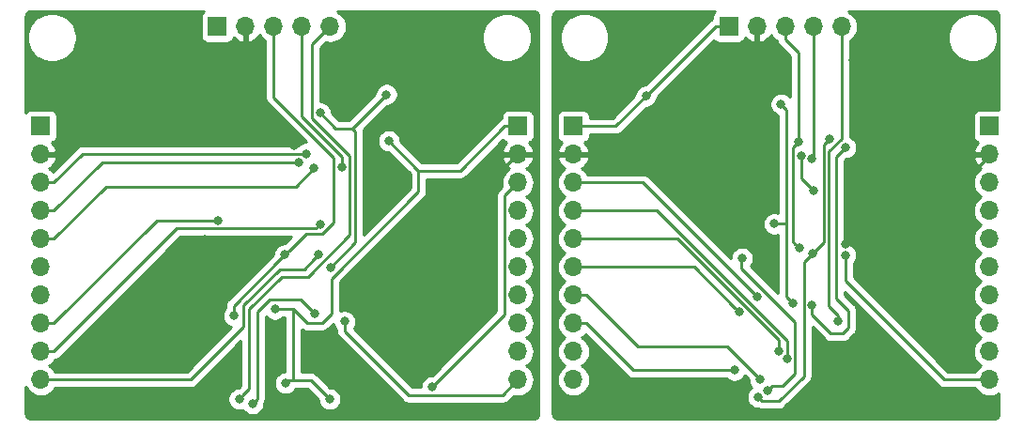
<source format=gbl>
G04 #@! TF.GenerationSoftware,KiCad,Pcbnew,(5.1.2)-1*
G04 #@! TF.CreationDate,2025-05-14T22:38:20+09:00*
G04 #@! TF.ProjectId,ShiftRegRemoteIO,53686966-7452-4656-9752-656d6f746549,v1.2*
G04 #@! TF.SameCoordinates,Original*
G04 #@! TF.FileFunction,Copper,L2,Bot*
G04 #@! TF.FilePolarity,Positive*
%FSLAX46Y46*%
G04 Gerber Fmt 4.6, Leading zero omitted, Abs format (unit mm)*
G04 Created by KiCad (PCBNEW (5.1.2)-1) date 2025-05-14 22:38:20*
%MOMM*%
%LPD*%
G04 APERTURE LIST*
%ADD10O,1.700000X1.700000*%
%ADD11R,1.700000X1.700000*%
%ADD12C,0.800000*%
%ADD13C,0.250000*%
%ADD14C,0.254000*%
G04 APERTURE END LIST*
D10*
X172160000Y-94000000D03*
X169620000Y-94000000D03*
X167080000Y-94000000D03*
X164540000Y-94000000D03*
D11*
X162000000Y-94000000D03*
D10*
X126080000Y-94000000D03*
X123540000Y-94000000D03*
X121000000Y-94000000D03*
X118460000Y-94000000D03*
D11*
X115920000Y-94000000D03*
D10*
X148000000Y-125860000D03*
X148000000Y-123320000D03*
X148000000Y-120780000D03*
X148000000Y-118240000D03*
X148000000Y-115700000D03*
X148000000Y-113160000D03*
X148000000Y-110620000D03*
X148000000Y-108080000D03*
X148000000Y-105540000D03*
D11*
X148000000Y-103000000D03*
D10*
X143000000Y-125860000D03*
X143000000Y-123320000D03*
X143000000Y-120780000D03*
X143000000Y-118240000D03*
X143000000Y-115700000D03*
X143000000Y-113160000D03*
X143000000Y-110620000D03*
X143000000Y-108080000D03*
X143000000Y-105540000D03*
D11*
X143000000Y-103000000D03*
D10*
X185500000Y-125860000D03*
X185500000Y-123320000D03*
X185500000Y-120780000D03*
X185500000Y-118240000D03*
X185500000Y-115700000D03*
X185500000Y-113160000D03*
X185500000Y-110620000D03*
X185500000Y-108080000D03*
X185500000Y-105540000D03*
D11*
X185500000Y-103000000D03*
D10*
X100000000Y-125860000D03*
X100000000Y-123320000D03*
X100000000Y-120780000D03*
X100000000Y-118240000D03*
X100000000Y-115700000D03*
X100000000Y-113160000D03*
X100000000Y-110620000D03*
X100000000Y-108080000D03*
X100000000Y-105540000D03*
D11*
X100000000Y-103000000D03*
D12*
X160299990Y-96700000D03*
X120799990Y-125200000D03*
X115599990Y-121400000D03*
X115999990Y-117100000D03*
X114799990Y-113200000D03*
X130399990Y-98200000D03*
X163199990Y-114900000D03*
X165499990Y-126800000D03*
X166099990Y-111800000D03*
X149937600Y-128216800D03*
X180537600Y-116516800D03*
X184037600Y-127916800D03*
X171137600Y-124416800D03*
X163137600Y-127016800D03*
X141137600Y-128716800D03*
X129237600Y-94216800D03*
X154537600Y-95116800D03*
X182237600Y-124016800D03*
X173237600Y-97016800D03*
X174237600Y-104216800D03*
X116237600Y-103016800D03*
X135237600Y-123916800D03*
X127437600Y-117116800D03*
X140137600Y-98716800D03*
X130137600Y-107216800D03*
X139837600Y-109816800D03*
X122796900Y-104719900D03*
X161575500Y-101298800D03*
X181018900Y-110187100D03*
X172570000Y-113604600D03*
X116100000Y-125300000D03*
X139700000Y-116600000D03*
X162110000Y-109160000D03*
X166100000Y-114300000D03*
X154549800Y-100274900D03*
X131382500Y-104330000D03*
X122066400Y-126173700D03*
X126032500Y-127600000D03*
X121099992Y-119500000D03*
X169618700Y-108829300D03*
X168525010Y-105633231D03*
X172537800Y-114605100D03*
X125000006Y-114599994D03*
X125164600Y-111812900D03*
X115969000Y-111481400D03*
X124654200Y-106771000D03*
X123273300Y-106237600D03*
X123912000Y-105461500D03*
X168292700Y-104436400D03*
X117400000Y-120100000D03*
X122000000Y-114600000D03*
X168399990Y-114000000D03*
X131167600Y-100124500D03*
X126097000Y-115714300D03*
X169550000Y-114468900D03*
X125201100Y-101802600D03*
X171067260Y-104141940D03*
X164637600Y-127416792D03*
X166727400Y-101008900D03*
X167772600Y-118944900D03*
X135300000Y-126500000D03*
X127399988Y-120600000D03*
X162532000Y-124998500D03*
X164809200Y-125812000D03*
X162974142Y-119753840D03*
X166495300Y-123256400D03*
X167259600Y-123930200D03*
X164600000Y-118400016D03*
X127136600Y-106661600D03*
X169514466Y-105898871D03*
X171822500Y-120593500D03*
X117900000Y-127600000D03*
X172537600Y-104916800D03*
X169499982Y-119100000D03*
X124700000Y-119900000D03*
X119100000Y-128000000D03*
D13*
X117213000Y-99136000D02*
X122796900Y-104719900D01*
X117213000Y-99136000D02*
X107579300Y-99136000D01*
X107579300Y-99136000D02*
X101175300Y-105540000D01*
X161575500Y-101298800D02*
X161575500Y-98139800D01*
X161575500Y-98139800D02*
X164540000Y-95175300D01*
X160543100Y-105540000D02*
X160543100Y-102331200D01*
X160543100Y-102331200D02*
X161575500Y-101298800D01*
X164540000Y-94000000D02*
X164540000Y-95175300D01*
X148000000Y-105540000D02*
X160543100Y-105540000D01*
X181018900Y-110187100D02*
X177601400Y-113604600D01*
X177601400Y-113604600D02*
X172570000Y-113604600D01*
X100000000Y-105540000D02*
X101175300Y-105540000D01*
X118460000Y-97889000D02*
X117213000Y-99136000D01*
X118460000Y-94000000D02*
X118460000Y-97889000D01*
X185500000Y-105706000D02*
X181018900Y-110187100D01*
X185500000Y-105540000D02*
X185500000Y-105706000D01*
X139700000Y-108840000D02*
X139700000Y-116034315D01*
X143000000Y-105540000D02*
X139700000Y-108840000D01*
X139700000Y-116034315D02*
X139700000Y-116600000D01*
X160543100Y-105540000D02*
X160543100Y-107593100D01*
X160543100Y-107593100D02*
X161710001Y-108760001D01*
X161710001Y-108760001D02*
X162110000Y-109160000D01*
X122765300Y-125932000D02*
X122308100Y-125932000D01*
X122308100Y-125932000D02*
X122066400Y-126173700D01*
X160824700Y-94000000D02*
X154549800Y-100274900D01*
X162000000Y-94000000D02*
X160824700Y-94000000D01*
X134052800Y-107000300D02*
X131382500Y-104330000D01*
X141824700Y-103000000D02*
X137824400Y-107000300D01*
X137824400Y-107000300D02*
X134052800Y-107000300D01*
X122765300Y-125932000D02*
X122765300Y-119483600D01*
X126032500Y-127600000D02*
X124364500Y-125932000D01*
X124364500Y-125932000D02*
X122765300Y-125932000D01*
X143000000Y-103000000D02*
X141824700Y-103000000D01*
X154549800Y-100274900D02*
X151824700Y-103000000D01*
X151824700Y-103000000D02*
X148000000Y-103000000D01*
X122765300Y-119483600D02*
X122748900Y-119500000D01*
X122748900Y-119500000D02*
X121665677Y-119500000D01*
X121665677Y-119500000D02*
X121099992Y-119500000D01*
X122765300Y-119483600D02*
X124006702Y-120725002D01*
X124006702Y-120725002D02*
X125374998Y-120725002D01*
X126195300Y-119904700D02*
X126195300Y-116719300D01*
X126195300Y-116719300D02*
X134052800Y-108861800D01*
X134052800Y-108861800D02*
X134052800Y-107000300D01*
X125374998Y-120725002D02*
X126195300Y-119904700D01*
X169618700Y-108829300D02*
X168525010Y-107735610D01*
X168525010Y-106198916D02*
X168525010Y-105633231D01*
X168525010Y-107735610D02*
X168525010Y-106198916D01*
X172537800Y-116937800D02*
X172537800Y-114605100D01*
X185500000Y-125860000D02*
X181460000Y-125860000D01*
X181460000Y-125860000D02*
X172537800Y-116937800D01*
X124600007Y-114999993D02*
X125000006Y-114599994D01*
X118300000Y-119100000D02*
X121525350Y-115874650D01*
X118300000Y-121049300D02*
X118300000Y-119100000D01*
X123725350Y-115874650D02*
X124600007Y-114999993D01*
X100000000Y-125860000D02*
X113489300Y-125860000D01*
X121525350Y-115874650D02*
X123725350Y-115874650D01*
X113489300Y-125860000D02*
X118300000Y-121049300D01*
X101175300Y-123320000D02*
X112288600Y-112206700D01*
X112288600Y-112206700D02*
X124770800Y-112206700D01*
X124770800Y-112206700D02*
X125164600Y-111812900D01*
X100000000Y-123320000D02*
X101175300Y-123320000D01*
X101175300Y-120780000D02*
X110473900Y-111481400D01*
X110473900Y-111481400D02*
X115969000Y-111481400D01*
X100000000Y-120780000D02*
X101175300Y-120780000D01*
X101175300Y-113160000D02*
X105876300Y-108459000D01*
X105876300Y-108459000D02*
X122966200Y-108459000D01*
X122966200Y-108459000D02*
X124654200Y-106771000D01*
X100000000Y-113160000D02*
X101175300Y-113160000D01*
X101175300Y-110620000D02*
X105557700Y-106237600D01*
X105557700Y-106237600D02*
X123273300Y-106237600D01*
X100000000Y-110620000D02*
X101175300Y-110620000D01*
X101175300Y-108080000D02*
X103793700Y-105461600D01*
X103793700Y-105461600D02*
X123912000Y-105461600D01*
X123912000Y-105461600D02*
X123912000Y-105461500D01*
X100000000Y-108080000D02*
X101175300Y-108080000D01*
X167080000Y-95175300D02*
X168292700Y-96388000D01*
X168292700Y-96388000D02*
X168292700Y-104436400D01*
X167080000Y-94000000D02*
X167080000Y-95175300D01*
X123923400Y-112676600D02*
X122399999Y-114200001D01*
X117400000Y-119200000D02*
X121600001Y-114999999D01*
X117400000Y-120100000D02*
X117400000Y-119200000D01*
X122399999Y-114200001D02*
X122000000Y-114600000D01*
X121600001Y-114999999D02*
X122000000Y-114600000D01*
X126400000Y-111676600D02*
X125400000Y-112676600D01*
X126400000Y-105800000D02*
X126400000Y-111676600D01*
X125400000Y-112676600D02*
X123923400Y-112676600D01*
X121000000Y-94000000D02*
X121000000Y-100400000D01*
X121000000Y-100400000D02*
X126400000Y-105800000D01*
X168292700Y-104436400D02*
X167800001Y-104929099D01*
X167800001Y-104929099D02*
X167800001Y-113400011D01*
X167800001Y-113400011D02*
X167999991Y-113600001D01*
X167999991Y-113600001D02*
X168399990Y-114000000D01*
X128093700Y-103198400D02*
X131167600Y-100124500D01*
X126097000Y-115714300D02*
X128337200Y-113474100D01*
X128337200Y-113474100D02*
X128337200Y-103441900D01*
X128337200Y-103441900D02*
X128093700Y-103198400D01*
X128093700Y-103198400D02*
X126596900Y-103198400D01*
X126596900Y-103198400D02*
X125201100Y-101802600D01*
X170549989Y-113468911D02*
X170549989Y-104659211D01*
X170667261Y-104541939D02*
X171067260Y-104141940D01*
X170549989Y-104659211D02*
X170667261Y-104541939D01*
X169550000Y-114468900D02*
X170549989Y-113468911D01*
X165020808Y-127800000D02*
X164637600Y-127416792D01*
X166500000Y-127800000D02*
X165020808Y-127800000D01*
X168774981Y-125525019D02*
X166500000Y-127800000D01*
X169550000Y-114468900D02*
X168774981Y-115243919D01*
X168774981Y-115243919D02*
X168774981Y-125525019D01*
X167200000Y-101481500D02*
X166727400Y-101008900D01*
X167772600Y-118944900D02*
X167200000Y-118372300D01*
X166099990Y-111800000D02*
X167200000Y-111800000D01*
X167200000Y-118372300D02*
X167200000Y-111800000D01*
X167200000Y-111800000D02*
X167200000Y-101481500D01*
X143000000Y-108080000D02*
X141824700Y-109255300D01*
X135699999Y-126100001D02*
X135300000Y-126500000D01*
X141824700Y-119975300D02*
X135699999Y-126100001D01*
X141824700Y-109255300D02*
X141824700Y-119975300D01*
X133190500Y-127269200D02*
X127399988Y-121478688D01*
X143000000Y-125860000D02*
X141590800Y-127269200D01*
X141590800Y-127269200D02*
X133190500Y-127269200D01*
X127399988Y-121165685D02*
X127399988Y-120600000D01*
X127399988Y-121478688D02*
X127399988Y-121165685D01*
X149175300Y-120780000D02*
X153393800Y-124998500D01*
X153393800Y-124998500D02*
X162532000Y-124998500D01*
X148000000Y-120780000D02*
X149175300Y-120780000D01*
X149175300Y-118240000D02*
X153826300Y-122891000D01*
X153826300Y-122891000D02*
X161888200Y-122891000D01*
X161888200Y-122891000D02*
X164809200Y-125812000D01*
X148000000Y-118240000D02*
X149175300Y-118240000D01*
X158920302Y-115700000D02*
X162574143Y-119353841D01*
X148000000Y-115700000D02*
X158920302Y-115700000D01*
X162574143Y-119353841D02*
X162974142Y-119753840D01*
X149202081Y-113160000D02*
X148000000Y-113160000D01*
X157420500Y-113160000D02*
X149202081Y-113160000D01*
X166495300Y-123256400D02*
X166495300Y-122234800D01*
X166495300Y-122234800D02*
X157420500Y-113160000D01*
X155517400Y-110620000D02*
X149202081Y-110620000D01*
X149202081Y-110620000D02*
X148000000Y-110620000D01*
X167259600Y-123930200D02*
X167259600Y-122362200D01*
X167259600Y-122362200D02*
X155517400Y-110620000D01*
X148000000Y-108080000D02*
X154279984Y-108080000D01*
X154279984Y-108080000D02*
X164200001Y-118000017D01*
X164200001Y-118000017D02*
X164600000Y-118400016D01*
X127136600Y-105736600D02*
X127136600Y-106661600D01*
X123540000Y-94000000D02*
X123540000Y-102140000D01*
X123540000Y-102140000D02*
X127136600Y-105736600D01*
X169620000Y-94000000D02*
X169620000Y-105793337D01*
X169620000Y-105793337D02*
X169514466Y-105898871D01*
X124474800Y-102305100D02*
X127868600Y-105698900D01*
X127868600Y-112804402D02*
X124071252Y-116601750D01*
X118800000Y-126700000D02*
X118299999Y-127200001D01*
X118800000Y-119500000D02*
X118800000Y-126700000D01*
X121698250Y-116601750D02*
X118800000Y-119500000D01*
X124474800Y-95605200D02*
X124474800Y-102305100D01*
X126080000Y-94000000D02*
X124474800Y-95605200D01*
X124071252Y-116601750D02*
X121698250Y-116601750D01*
X127868600Y-105698900D02*
X127868600Y-112804402D01*
X118299999Y-127200001D02*
X117900000Y-127600000D01*
X171000000Y-119205315D02*
X171822500Y-120027815D01*
X171000000Y-105282204D02*
X171000000Y-119205315D01*
X171822500Y-120027815D02*
X171822500Y-120593500D01*
X172160000Y-94000000D02*
X172160000Y-104122204D01*
X172160000Y-104122204D02*
X171000000Y-105282204D01*
X169499982Y-119999982D02*
X169499982Y-119100000D01*
X171200000Y-121700000D02*
X169499982Y-119999982D01*
X171700000Y-105754400D02*
X171700000Y-118500000D01*
X172537600Y-104916800D02*
X171700000Y-105754400D01*
X171700000Y-118500000D02*
X172800000Y-119600000D01*
X172800000Y-119600000D02*
X172800000Y-121200000D01*
X172800000Y-121200000D02*
X172300000Y-121700000D01*
X172300000Y-121700000D02*
X171200000Y-121700000D01*
X124700000Y-119900000D02*
X123400000Y-118600000D01*
X119499999Y-119700001D02*
X119499999Y-127600001D01*
X120600000Y-118600000D02*
X119499999Y-119700001D01*
X119499999Y-127600001D02*
X119100000Y-128000000D01*
X123400000Y-118600000D02*
X120600000Y-118600000D01*
X165899989Y-126400001D02*
X166899999Y-126400001D01*
X165499990Y-126800000D02*
X165899989Y-126400001D01*
X167984601Y-125315399D02*
X167984601Y-120684601D01*
X166899999Y-126400001D02*
X167984601Y-125315399D01*
X167984601Y-120684601D02*
X166200000Y-118900000D01*
X166200000Y-118900000D02*
X163100000Y-115800000D01*
X163100000Y-115800000D02*
X163100000Y-115200000D01*
D14*
G36*
X144565424Y-92669580D02*
G01*
X144628356Y-92688580D01*
X144686405Y-92719445D01*
X144737343Y-92760989D01*
X144779248Y-92811644D01*
X144810515Y-92869471D01*
X144829956Y-92932272D01*
X144840000Y-93027835D01*
X144840001Y-128967711D01*
X144830420Y-129065424D01*
X144811420Y-129128357D01*
X144780554Y-129186406D01*
X144739011Y-129237343D01*
X144688356Y-129279248D01*
X144630529Y-129310515D01*
X144567728Y-129329956D01*
X144472165Y-129340000D01*
X99032279Y-129340000D01*
X98934576Y-129330420D01*
X98871643Y-129311420D01*
X98813594Y-129280554D01*
X98762657Y-129239011D01*
X98720752Y-129188356D01*
X98689485Y-129130529D01*
X98670044Y-129067728D01*
X98660000Y-128972165D01*
X98660000Y-126503248D01*
X98759294Y-126689014D01*
X98944866Y-126915134D01*
X99170986Y-127100706D01*
X99428966Y-127238599D01*
X99708889Y-127323513D01*
X99927050Y-127345000D01*
X100072950Y-127345000D01*
X100291111Y-127323513D01*
X100571034Y-127238599D01*
X100829014Y-127100706D01*
X101055134Y-126915134D01*
X101240706Y-126689014D01*
X101277595Y-126620000D01*
X113451978Y-126620000D01*
X113489300Y-126623676D01*
X113526622Y-126620000D01*
X113526633Y-126620000D01*
X113638286Y-126609003D01*
X113781547Y-126565546D01*
X113913576Y-126494974D01*
X114029301Y-126400001D01*
X114053104Y-126370997D01*
X118040000Y-122384101D01*
X118040001Y-126385198D01*
X117860199Y-126565000D01*
X117798061Y-126565000D01*
X117598102Y-126604774D01*
X117409744Y-126682795D01*
X117240226Y-126796063D01*
X117096063Y-126940226D01*
X116982795Y-127109744D01*
X116904774Y-127298102D01*
X116865000Y-127498061D01*
X116865000Y-127701939D01*
X116904774Y-127901898D01*
X116982795Y-128090256D01*
X117096063Y-128259774D01*
X117240226Y-128403937D01*
X117409744Y-128517205D01*
X117598102Y-128595226D01*
X117798061Y-128635000D01*
X118001939Y-128635000D01*
X118201898Y-128595226D01*
X118241870Y-128578669D01*
X118296063Y-128659774D01*
X118440226Y-128803937D01*
X118609744Y-128917205D01*
X118798102Y-128995226D01*
X118998061Y-129035000D01*
X119201939Y-129035000D01*
X119401898Y-128995226D01*
X119590256Y-128917205D01*
X119759774Y-128803937D01*
X119903937Y-128659774D01*
X120017205Y-128490256D01*
X120095226Y-128301898D01*
X120135000Y-128101939D01*
X120135000Y-128024226D01*
X120205545Y-127892248D01*
X120249002Y-127748987D01*
X120259999Y-127637334D01*
X120259999Y-127637324D01*
X120263675Y-127600002D01*
X120259999Y-127562679D01*
X120259999Y-120105812D01*
X120296055Y-120159774D01*
X120440218Y-120303937D01*
X120609736Y-120417205D01*
X120798094Y-120495226D01*
X120998053Y-120535000D01*
X121201931Y-120535000D01*
X121401890Y-120495226D01*
X121590248Y-120417205D01*
X121759766Y-120303937D01*
X121803703Y-120260000D01*
X122005301Y-120260000D01*
X122005300Y-125138700D01*
X121964461Y-125138700D01*
X121764502Y-125178474D01*
X121576144Y-125256495D01*
X121406626Y-125369763D01*
X121262463Y-125513926D01*
X121149195Y-125683444D01*
X121071174Y-125871802D01*
X121031400Y-126071761D01*
X121031400Y-126275639D01*
X121071174Y-126475598D01*
X121149195Y-126663956D01*
X121262463Y-126833474D01*
X121406626Y-126977637D01*
X121576144Y-127090905D01*
X121764502Y-127168926D01*
X121964461Y-127208700D01*
X122168339Y-127208700D01*
X122368298Y-127168926D01*
X122556656Y-127090905D01*
X122726174Y-126977637D01*
X122870337Y-126833474D01*
X122964867Y-126692000D01*
X124049699Y-126692000D01*
X124997500Y-127639802D01*
X124997500Y-127701939D01*
X125037274Y-127901898D01*
X125115295Y-128090256D01*
X125228563Y-128259774D01*
X125372726Y-128403937D01*
X125542244Y-128517205D01*
X125730602Y-128595226D01*
X125930561Y-128635000D01*
X126134439Y-128635000D01*
X126334398Y-128595226D01*
X126522756Y-128517205D01*
X126692274Y-128403937D01*
X126836437Y-128259774D01*
X126949705Y-128090256D01*
X127027726Y-127901898D01*
X127067500Y-127701939D01*
X127067500Y-127498061D01*
X127027726Y-127298102D01*
X126949705Y-127109744D01*
X126836437Y-126940226D01*
X126692274Y-126796063D01*
X126522756Y-126682795D01*
X126334398Y-126604774D01*
X126134439Y-126565000D01*
X126072302Y-126565000D01*
X124928304Y-125421003D01*
X124904501Y-125391999D01*
X124788776Y-125297026D01*
X124656747Y-125226454D01*
X124513486Y-125182997D01*
X124401833Y-125172000D01*
X124401822Y-125172000D01*
X124364500Y-125168324D01*
X124327178Y-125172000D01*
X123525300Y-125172000D01*
X123525300Y-121313094D01*
X123582426Y-121359976D01*
X123714455Y-121430548D01*
X123857716Y-121474005D01*
X124006702Y-121488679D01*
X124044035Y-121485002D01*
X125337676Y-121485002D01*
X125374998Y-121488678D01*
X125412320Y-121485002D01*
X125412331Y-121485002D01*
X125523984Y-121474005D01*
X125667245Y-121430548D01*
X125799274Y-121359976D01*
X125914999Y-121265003D01*
X125938801Y-121236000D01*
X126382885Y-120791916D01*
X126404762Y-120901898D01*
X126482783Y-121090256D01*
X126596051Y-121259774D01*
X126639988Y-121303711D01*
X126639988Y-121441366D01*
X126636312Y-121478688D01*
X126639988Y-121516010D01*
X126639988Y-121516020D01*
X126650985Y-121627673D01*
X126681184Y-121727226D01*
X126694442Y-121770934D01*
X126765014Y-121902964D01*
X126793705Y-121937924D01*
X126859987Y-122018689D01*
X126888991Y-122042492D01*
X132626701Y-127780203D01*
X132650499Y-127809201D01*
X132766224Y-127904174D01*
X132898253Y-127974746D01*
X133041514Y-128018203D01*
X133103174Y-128024276D01*
X133190500Y-128032877D01*
X133227833Y-128029200D01*
X141553478Y-128029200D01*
X141590800Y-128032876D01*
X141628122Y-128029200D01*
X141628133Y-128029200D01*
X141739786Y-128018203D01*
X141883047Y-127974746D01*
X142015076Y-127904174D01*
X142130801Y-127809201D01*
X142154604Y-127780197D01*
X142634004Y-127300797D01*
X142708889Y-127323513D01*
X142927050Y-127345000D01*
X143072950Y-127345000D01*
X143291111Y-127323513D01*
X143571034Y-127238599D01*
X143829014Y-127100706D01*
X144055134Y-126915134D01*
X144240706Y-126689014D01*
X144378599Y-126431034D01*
X144463513Y-126151111D01*
X144492185Y-125860000D01*
X144463513Y-125568889D01*
X144378599Y-125288966D01*
X144240706Y-125030986D01*
X144055134Y-124804866D01*
X143829014Y-124619294D01*
X143774209Y-124590000D01*
X143829014Y-124560706D01*
X144055134Y-124375134D01*
X144240706Y-124149014D01*
X144378599Y-123891034D01*
X144463513Y-123611111D01*
X144492185Y-123320000D01*
X144463513Y-123028889D01*
X144378599Y-122748966D01*
X144240706Y-122490986D01*
X144055134Y-122264866D01*
X143829014Y-122079294D01*
X143774209Y-122050000D01*
X143829014Y-122020706D01*
X144055134Y-121835134D01*
X144240706Y-121609014D01*
X144378599Y-121351034D01*
X144463513Y-121071111D01*
X144492185Y-120780000D01*
X144463513Y-120488889D01*
X144378599Y-120208966D01*
X144240706Y-119950986D01*
X144055134Y-119724866D01*
X143829014Y-119539294D01*
X143774209Y-119510000D01*
X143829014Y-119480706D01*
X144055134Y-119295134D01*
X144240706Y-119069014D01*
X144378599Y-118811034D01*
X144463513Y-118531111D01*
X144492185Y-118240000D01*
X144463513Y-117948889D01*
X144378599Y-117668966D01*
X144240706Y-117410986D01*
X144055134Y-117184866D01*
X143829014Y-116999294D01*
X143774209Y-116970000D01*
X143829014Y-116940706D01*
X144055134Y-116755134D01*
X144240706Y-116529014D01*
X144378599Y-116271034D01*
X144463513Y-115991111D01*
X144492185Y-115700000D01*
X144463513Y-115408889D01*
X144378599Y-115128966D01*
X144240706Y-114870986D01*
X144055134Y-114644866D01*
X143829014Y-114459294D01*
X143774209Y-114430000D01*
X143829014Y-114400706D01*
X144055134Y-114215134D01*
X144240706Y-113989014D01*
X144378599Y-113731034D01*
X144463513Y-113451111D01*
X144492185Y-113160000D01*
X144463513Y-112868889D01*
X144378599Y-112588966D01*
X144240706Y-112330986D01*
X144055134Y-112104866D01*
X143829014Y-111919294D01*
X143774209Y-111890000D01*
X143829014Y-111860706D01*
X144055134Y-111675134D01*
X144240706Y-111449014D01*
X144378599Y-111191034D01*
X144463513Y-110911111D01*
X144492185Y-110620000D01*
X144463513Y-110328889D01*
X144378599Y-110048966D01*
X144240706Y-109790986D01*
X144055134Y-109564866D01*
X143829014Y-109379294D01*
X143774209Y-109350000D01*
X143829014Y-109320706D01*
X144055134Y-109135134D01*
X144240706Y-108909014D01*
X144378599Y-108651034D01*
X144463513Y-108371111D01*
X144492185Y-108080000D01*
X144463513Y-107788889D01*
X144378599Y-107508966D01*
X144240706Y-107250986D01*
X144055134Y-107024866D01*
X143829014Y-106839294D01*
X143764477Y-106804799D01*
X143881355Y-106735178D01*
X144097588Y-106540269D01*
X144271641Y-106306920D01*
X144396825Y-106044099D01*
X144441476Y-105896890D01*
X144320155Y-105667000D01*
X143127000Y-105667000D01*
X143127000Y-105687000D01*
X142873000Y-105687000D01*
X142873000Y-105667000D01*
X141679845Y-105667000D01*
X141558524Y-105896890D01*
X141603175Y-106044099D01*
X141728359Y-106306920D01*
X141902412Y-106540269D01*
X142118645Y-106735178D01*
X142235523Y-106804799D01*
X142170986Y-106839294D01*
X141944866Y-107024866D01*
X141759294Y-107250986D01*
X141621401Y-107508966D01*
X141536487Y-107788889D01*
X141507815Y-108080000D01*
X141536487Y-108371111D01*
X141559203Y-108445996D01*
X141313703Y-108691496D01*
X141284699Y-108715299D01*
X141255198Y-108751247D01*
X141189726Y-108831024D01*
X141153321Y-108899133D01*
X141119154Y-108963054D01*
X141075697Y-109106315D01*
X141064700Y-109217968D01*
X141064700Y-109217978D01*
X141061024Y-109255300D01*
X141064700Y-109292622D01*
X141064701Y-119660497D01*
X135260199Y-125465000D01*
X135198061Y-125465000D01*
X134998102Y-125504774D01*
X134809744Y-125582795D01*
X134640226Y-125696063D01*
X134496063Y-125840226D01*
X134382795Y-126009744D01*
X134304774Y-126198102D01*
X134265000Y-126398061D01*
X134265000Y-126509200D01*
X133505302Y-126509200D01*
X128224733Y-121228632D01*
X128317193Y-121090256D01*
X128395214Y-120901898D01*
X128434988Y-120701939D01*
X128434988Y-120498061D01*
X128395214Y-120298102D01*
X128317193Y-120109744D01*
X128203925Y-119940226D01*
X128059762Y-119796063D01*
X127890244Y-119682795D01*
X127701886Y-119604774D01*
X127501927Y-119565000D01*
X127298049Y-119565000D01*
X127098090Y-119604774D01*
X126955300Y-119663920D01*
X126955300Y-117034101D01*
X134563804Y-109425598D01*
X134592801Y-109401801D01*
X134660298Y-109319556D01*
X134687774Y-109286077D01*
X134758346Y-109154047D01*
X134772825Y-109106314D01*
X134801803Y-109010786D01*
X134812800Y-108899133D01*
X134812800Y-108899124D01*
X134816476Y-108861801D01*
X134812800Y-108824478D01*
X134812800Y-107760300D01*
X137787078Y-107760300D01*
X137824400Y-107763976D01*
X137861722Y-107760300D01*
X137861733Y-107760300D01*
X137973386Y-107749303D01*
X138116647Y-107705846D01*
X138248676Y-107635274D01*
X138364401Y-107540301D01*
X138388204Y-107511297D01*
X141653515Y-104245987D01*
X141698815Y-104301185D01*
X141795506Y-104380537D01*
X141905820Y-104439502D01*
X141986466Y-104463966D01*
X141902412Y-104539731D01*
X141728359Y-104773080D01*
X141603175Y-105035901D01*
X141558524Y-105183110D01*
X141679845Y-105413000D01*
X142873000Y-105413000D01*
X142873000Y-105393000D01*
X143127000Y-105393000D01*
X143127000Y-105413000D01*
X144320155Y-105413000D01*
X144441476Y-105183110D01*
X144396825Y-105035901D01*
X144271641Y-104773080D01*
X144097588Y-104539731D01*
X144013534Y-104463966D01*
X144094180Y-104439502D01*
X144204494Y-104380537D01*
X144301185Y-104301185D01*
X144380537Y-104204494D01*
X144439502Y-104094180D01*
X144475812Y-103974482D01*
X144488072Y-103850000D01*
X144488072Y-102150000D01*
X144475812Y-102025518D01*
X144439502Y-101905820D01*
X144380537Y-101795506D01*
X144301185Y-101698815D01*
X144204494Y-101619463D01*
X144094180Y-101560498D01*
X143974482Y-101524188D01*
X143850000Y-101511928D01*
X142150000Y-101511928D01*
X142025518Y-101524188D01*
X141905820Y-101560498D01*
X141795506Y-101619463D01*
X141698815Y-101698815D01*
X141619463Y-101795506D01*
X141560498Y-101905820D01*
X141524188Y-102025518D01*
X141511928Y-102150000D01*
X141511928Y-102305425D01*
X141400424Y-102365026D01*
X141284699Y-102459999D01*
X141260901Y-102488997D01*
X137509599Y-106240300D01*
X134367603Y-106240300D01*
X132417500Y-104290199D01*
X132417500Y-104228061D01*
X132377726Y-104028102D01*
X132299705Y-103839744D01*
X132186437Y-103670226D01*
X132042274Y-103526063D01*
X131872756Y-103412795D01*
X131684398Y-103334774D01*
X131484439Y-103295000D01*
X131280561Y-103295000D01*
X131080602Y-103334774D01*
X130892244Y-103412795D01*
X130722726Y-103526063D01*
X130578563Y-103670226D01*
X130465295Y-103839744D01*
X130387274Y-104028102D01*
X130347500Y-104228061D01*
X130347500Y-104431939D01*
X130387274Y-104631898D01*
X130465295Y-104820256D01*
X130578563Y-104989774D01*
X130722726Y-105133937D01*
X130892244Y-105247205D01*
X131080602Y-105325226D01*
X131280561Y-105365000D01*
X131342699Y-105365000D01*
X133292801Y-107315104D01*
X133292800Y-108546998D01*
X129097200Y-112742599D01*
X129097200Y-103479222D01*
X129100876Y-103441899D01*
X129097200Y-103404577D01*
X129097200Y-103404567D01*
X129086203Y-103292914D01*
X129083360Y-103283541D01*
X131207402Y-101159500D01*
X131269539Y-101159500D01*
X131469498Y-101119726D01*
X131657856Y-101041705D01*
X131827374Y-100928437D01*
X131971537Y-100784274D01*
X132084805Y-100614756D01*
X132162826Y-100426398D01*
X132202600Y-100226439D01*
X132202600Y-100022561D01*
X132162826Y-99822602D01*
X132084805Y-99634244D01*
X131971537Y-99464726D01*
X131827374Y-99320563D01*
X131657856Y-99207295D01*
X131469498Y-99129274D01*
X131269539Y-99089500D01*
X131065661Y-99089500D01*
X130865702Y-99129274D01*
X130677344Y-99207295D01*
X130507826Y-99320563D01*
X130363663Y-99464726D01*
X130250395Y-99634244D01*
X130172374Y-99822602D01*
X130132600Y-100022561D01*
X130132600Y-100084698D01*
X127778899Y-102438400D01*
X126911702Y-102438400D01*
X126236100Y-101762799D01*
X126236100Y-101700661D01*
X126196326Y-101500702D01*
X126118305Y-101312344D01*
X126005037Y-101142826D01*
X125860874Y-100998663D01*
X125691356Y-100885395D01*
X125502998Y-100807374D01*
X125303039Y-100767600D01*
X125234800Y-100767600D01*
X125234800Y-95920001D01*
X125714004Y-95440797D01*
X125788889Y-95463513D01*
X126007050Y-95485000D01*
X126152950Y-95485000D01*
X126371111Y-95463513D01*
X126651034Y-95378599D01*
X126909014Y-95240706D01*
X127135134Y-95055134D01*
X127320706Y-94829014D01*
X127346972Y-94779872D01*
X139765000Y-94779872D01*
X139765000Y-95220128D01*
X139850890Y-95651925D01*
X140019369Y-96058669D01*
X140263962Y-96424729D01*
X140575271Y-96736038D01*
X140941331Y-96980631D01*
X141348075Y-97149110D01*
X141779872Y-97235000D01*
X142220128Y-97235000D01*
X142651925Y-97149110D01*
X143058669Y-96980631D01*
X143424729Y-96736038D01*
X143736038Y-96424729D01*
X143980631Y-96058669D01*
X144149110Y-95651925D01*
X144235000Y-95220128D01*
X144235000Y-94779872D01*
X144149110Y-94348075D01*
X143980631Y-93941331D01*
X143736038Y-93575271D01*
X143424729Y-93263962D01*
X143058669Y-93019369D01*
X142651925Y-92850890D01*
X142220128Y-92765000D01*
X141779872Y-92765000D01*
X141348075Y-92850890D01*
X140941331Y-93019369D01*
X140575271Y-93263962D01*
X140263962Y-93575271D01*
X140019369Y-93941331D01*
X139850890Y-94348075D01*
X139765000Y-94779872D01*
X127346972Y-94779872D01*
X127458599Y-94571034D01*
X127543513Y-94291111D01*
X127572185Y-94000000D01*
X127543513Y-93708889D01*
X127458599Y-93428966D01*
X127320706Y-93170986D01*
X127135134Y-92944866D01*
X126909014Y-92759294D01*
X126723248Y-92660000D01*
X144467721Y-92660000D01*
X144565424Y-92669580D01*
X144565424Y-92669580D01*
G37*
X144565424Y-92669580D02*
X144628356Y-92688580D01*
X144686405Y-92719445D01*
X144737343Y-92760989D01*
X144779248Y-92811644D01*
X144810515Y-92869471D01*
X144829956Y-92932272D01*
X144840000Y-93027835D01*
X144840001Y-128967711D01*
X144830420Y-129065424D01*
X144811420Y-129128357D01*
X144780554Y-129186406D01*
X144739011Y-129237343D01*
X144688356Y-129279248D01*
X144630529Y-129310515D01*
X144567728Y-129329956D01*
X144472165Y-129340000D01*
X99032279Y-129340000D01*
X98934576Y-129330420D01*
X98871643Y-129311420D01*
X98813594Y-129280554D01*
X98762657Y-129239011D01*
X98720752Y-129188356D01*
X98689485Y-129130529D01*
X98670044Y-129067728D01*
X98660000Y-128972165D01*
X98660000Y-126503248D01*
X98759294Y-126689014D01*
X98944866Y-126915134D01*
X99170986Y-127100706D01*
X99428966Y-127238599D01*
X99708889Y-127323513D01*
X99927050Y-127345000D01*
X100072950Y-127345000D01*
X100291111Y-127323513D01*
X100571034Y-127238599D01*
X100829014Y-127100706D01*
X101055134Y-126915134D01*
X101240706Y-126689014D01*
X101277595Y-126620000D01*
X113451978Y-126620000D01*
X113489300Y-126623676D01*
X113526622Y-126620000D01*
X113526633Y-126620000D01*
X113638286Y-126609003D01*
X113781547Y-126565546D01*
X113913576Y-126494974D01*
X114029301Y-126400001D01*
X114053104Y-126370997D01*
X118040000Y-122384101D01*
X118040001Y-126385198D01*
X117860199Y-126565000D01*
X117798061Y-126565000D01*
X117598102Y-126604774D01*
X117409744Y-126682795D01*
X117240226Y-126796063D01*
X117096063Y-126940226D01*
X116982795Y-127109744D01*
X116904774Y-127298102D01*
X116865000Y-127498061D01*
X116865000Y-127701939D01*
X116904774Y-127901898D01*
X116982795Y-128090256D01*
X117096063Y-128259774D01*
X117240226Y-128403937D01*
X117409744Y-128517205D01*
X117598102Y-128595226D01*
X117798061Y-128635000D01*
X118001939Y-128635000D01*
X118201898Y-128595226D01*
X118241870Y-128578669D01*
X118296063Y-128659774D01*
X118440226Y-128803937D01*
X118609744Y-128917205D01*
X118798102Y-128995226D01*
X118998061Y-129035000D01*
X119201939Y-129035000D01*
X119401898Y-128995226D01*
X119590256Y-128917205D01*
X119759774Y-128803937D01*
X119903937Y-128659774D01*
X120017205Y-128490256D01*
X120095226Y-128301898D01*
X120135000Y-128101939D01*
X120135000Y-128024226D01*
X120205545Y-127892248D01*
X120249002Y-127748987D01*
X120259999Y-127637334D01*
X120259999Y-127637324D01*
X120263675Y-127600002D01*
X120259999Y-127562679D01*
X120259999Y-120105812D01*
X120296055Y-120159774D01*
X120440218Y-120303937D01*
X120609736Y-120417205D01*
X120798094Y-120495226D01*
X120998053Y-120535000D01*
X121201931Y-120535000D01*
X121401890Y-120495226D01*
X121590248Y-120417205D01*
X121759766Y-120303937D01*
X121803703Y-120260000D01*
X122005301Y-120260000D01*
X122005300Y-125138700D01*
X121964461Y-125138700D01*
X121764502Y-125178474D01*
X121576144Y-125256495D01*
X121406626Y-125369763D01*
X121262463Y-125513926D01*
X121149195Y-125683444D01*
X121071174Y-125871802D01*
X121031400Y-126071761D01*
X121031400Y-126275639D01*
X121071174Y-126475598D01*
X121149195Y-126663956D01*
X121262463Y-126833474D01*
X121406626Y-126977637D01*
X121576144Y-127090905D01*
X121764502Y-127168926D01*
X121964461Y-127208700D01*
X122168339Y-127208700D01*
X122368298Y-127168926D01*
X122556656Y-127090905D01*
X122726174Y-126977637D01*
X122870337Y-126833474D01*
X122964867Y-126692000D01*
X124049699Y-126692000D01*
X124997500Y-127639802D01*
X124997500Y-127701939D01*
X125037274Y-127901898D01*
X125115295Y-128090256D01*
X125228563Y-128259774D01*
X125372726Y-128403937D01*
X125542244Y-128517205D01*
X125730602Y-128595226D01*
X125930561Y-128635000D01*
X126134439Y-128635000D01*
X126334398Y-128595226D01*
X126522756Y-128517205D01*
X126692274Y-128403937D01*
X126836437Y-128259774D01*
X126949705Y-128090256D01*
X127027726Y-127901898D01*
X127067500Y-127701939D01*
X127067500Y-127498061D01*
X127027726Y-127298102D01*
X126949705Y-127109744D01*
X126836437Y-126940226D01*
X126692274Y-126796063D01*
X126522756Y-126682795D01*
X126334398Y-126604774D01*
X126134439Y-126565000D01*
X126072302Y-126565000D01*
X124928304Y-125421003D01*
X124904501Y-125391999D01*
X124788776Y-125297026D01*
X124656747Y-125226454D01*
X124513486Y-125182997D01*
X124401833Y-125172000D01*
X124401822Y-125172000D01*
X124364500Y-125168324D01*
X124327178Y-125172000D01*
X123525300Y-125172000D01*
X123525300Y-121313094D01*
X123582426Y-121359976D01*
X123714455Y-121430548D01*
X123857716Y-121474005D01*
X124006702Y-121488679D01*
X124044035Y-121485002D01*
X125337676Y-121485002D01*
X125374998Y-121488678D01*
X125412320Y-121485002D01*
X125412331Y-121485002D01*
X125523984Y-121474005D01*
X125667245Y-121430548D01*
X125799274Y-121359976D01*
X125914999Y-121265003D01*
X125938801Y-121236000D01*
X126382885Y-120791916D01*
X126404762Y-120901898D01*
X126482783Y-121090256D01*
X126596051Y-121259774D01*
X126639988Y-121303711D01*
X126639988Y-121441366D01*
X126636312Y-121478688D01*
X126639988Y-121516010D01*
X126639988Y-121516020D01*
X126650985Y-121627673D01*
X126681184Y-121727226D01*
X126694442Y-121770934D01*
X126765014Y-121902964D01*
X126793705Y-121937924D01*
X126859987Y-122018689D01*
X126888991Y-122042492D01*
X132626701Y-127780203D01*
X132650499Y-127809201D01*
X132766224Y-127904174D01*
X132898253Y-127974746D01*
X133041514Y-128018203D01*
X133103174Y-128024276D01*
X133190500Y-128032877D01*
X133227833Y-128029200D01*
X141553478Y-128029200D01*
X141590800Y-128032876D01*
X141628122Y-128029200D01*
X141628133Y-128029200D01*
X141739786Y-128018203D01*
X141883047Y-127974746D01*
X142015076Y-127904174D01*
X142130801Y-127809201D01*
X142154604Y-127780197D01*
X142634004Y-127300797D01*
X142708889Y-127323513D01*
X142927050Y-127345000D01*
X143072950Y-127345000D01*
X143291111Y-127323513D01*
X143571034Y-127238599D01*
X143829014Y-127100706D01*
X144055134Y-126915134D01*
X144240706Y-126689014D01*
X144378599Y-126431034D01*
X144463513Y-126151111D01*
X144492185Y-125860000D01*
X144463513Y-125568889D01*
X144378599Y-125288966D01*
X144240706Y-125030986D01*
X144055134Y-124804866D01*
X143829014Y-124619294D01*
X143774209Y-124590000D01*
X143829014Y-124560706D01*
X144055134Y-124375134D01*
X144240706Y-124149014D01*
X144378599Y-123891034D01*
X144463513Y-123611111D01*
X144492185Y-123320000D01*
X144463513Y-123028889D01*
X144378599Y-122748966D01*
X144240706Y-122490986D01*
X144055134Y-122264866D01*
X143829014Y-122079294D01*
X143774209Y-122050000D01*
X143829014Y-122020706D01*
X144055134Y-121835134D01*
X144240706Y-121609014D01*
X144378599Y-121351034D01*
X144463513Y-121071111D01*
X144492185Y-120780000D01*
X144463513Y-120488889D01*
X144378599Y-120208966D01*
X144240706Y-119950986D01*
X144055134Y-119724866D01*
X143829014Y-119539294D01*
X143774209Y-119510000D01*
X143829014Y-119480706D01*
X144055134Y-119295134D01*
X144240706Y-119069014D01*
X144378599Y-118811034D01*
X144463513Y-118531111D01*
X144492185Y-118240000D01*
X144463513Y-117948889D01*
X144378599Y-117668966D01*
X144240706Y-117410986D01*
X144055134Y-117184866D01*
X143829014Y-116999294D01*
X143774209Y-116970000D01*
X143829014Y-116940706D01*
X144055134Y-116755134D01*
X144240706Y-116529014D01*
X144378599Y-116271034D01*
X144463513Y-115991111D01*
X144492185Y-115700000D01*
X144463513Y-115408889D01*
X144378599Y-115128966D01*
X144240706Y-114870986D01*
X144055134Y-114644866D01*
X143829014Y-114459294D01*
X143774209Y-114430000D01*
X143829014Y-114400706D01*
X144055134Y-114215134D01*
X144240706Y-113989014D01*
X144378599Y-113731034D01*
X144463513Y-113451111D01*
X144492185Y-113160000D01*
X144463513Y-112868889D01*
X144378599Y-112588966D01*
X144240706Y-112330986D01*
X144055134Y-112104866D01*
X143829014Y-111919294D01*
X143774209Y-111890000D01*
X143829014Y-111860706D01*
X144055134Y-111675134D01*
X144240706Y-111449014D01*
X144378599Y-111191034D01*
X144463513Y-110911111D01*
X144492185Y-110620000D01*
X144463513Y-110328889D01*
X144378599Y-110048966D01*
X144240706Y-109790986D01*
X144055134Y-109564866D01*
X143829014Y-109379294D01*
X143774209Y-109350000D01*
X143829014Y-109320706D01*
X144055134Y-109135134D01*
X144240706Y-108909014D01*
X144378599Y-108651034D01*
X144463513Y-108371111D01*
X144492185Y-108080000D01*
X144463513Y-107788889D01*
X144378599Y-107508966D01*
X144240706Y-107250986D01*
X144055134Y-107024866D01*
X143829014Y-106839294D01*
X143764477Y-106804799D01*
X143881355Y-106735178D01*
X144097588Y-106540269D01*
X144271641Y-106306920D01*
X144396825Y-106044099D01*
X144441476Y-105896890D01*
X144320155Y-105667000D01*
X143127000Y-105667000D01*
X143127000Y-105687000D01*
X142873000Y-105687000D01*
X142873000Y-105667000D01*
X141679845Y-105667000D01*
X141558524Y-105896890D01*
X141603175Y-106044099D01*
X141728359Y-106306920D01*
X141902412Y-106540269D01*
X142118645Y-106735178D01*
X142235523Y-106804799D01*
X142170986Y-106839294D01*
X141944866Y-107024866D01*
X141759294Y-107250986D01*
X141621401Y-107508966D01*
X141536487Y-107788889D01*
X141507815Y-108080000D01*
X141536487Y-108371111D01*
X141559203Y-108445996D01*
X141313703Y-108691496D01*
X141284699Y-108715299D01*
X141255198Y-108751247D01*
X141189726Y-108831024D01*
X141153321Y-108899133D01*
X141119154Y-108963054D01*
X141075697Y-109106315D01*
X141064700Y-109217968D01*
X141064700Y-109217978D01*
X141061024Y-109255300D01*
X141064700Y-109292622D01*
X141064701Y-119660497D01*
X135260199Y-125465000D01*
X135198061Y-125465000D01*
X134998102Y-125504774D01*
X134809744Y-125582795D01*
X134640226Y-125696063D01*
X134496063Y-125840226D01*
X134382795Y-126009744D01*
X134304774Y-126198102D01*
X134265000Y-126398061D01*
X134265000Y-126509200D01*
X133505302Y-126509200D01*
X128224733Y-121228632D01*
X128317193Y-121090256D01*
X128395214Y-120901898D01*
X128434988Y-120701939D01*
X128434988Y-120498061D01*
X128395214Y-120298102D01*
X128317193Y-120109744D01*
X128203925Y-119940226D01*
X128059762Y-119796063D01*
X127890244Y-119682795D01*
X127701886Y-119604774D01*
X127501927Y-119565000D01*
X127298049Y-119565000D01*
X127098090Y-119604774D01*
X126955300Y-119663920D01*
X126955300Y-117034101D01*
X134563804Y-109425598D01*
X134592801Y-109401801D01*
X134660298Y-109319556D01*
X134687774Y-109286077D01*
X134758346Y-109154047D01*
X134772825Y-109106314D01*
X134801803Y-109010786D01*
X134812800Y-108899133D01*
X134812800Y-108899124D01*
X134816476Y-108861801D01*
X134812800Y-108824478D01*
X134812800Y-107760300D01*
X137787078Y-107760300D01*
X137824400Y-107763976D01*
X137861722Y-107760300D01*
X137861733Y-107760300D01*
X137973386Y-107749303D01*
X138116647Y-107705846D01*
X138248676Y-107635274D01*
X138364401Y-107540301D01*
X138388204Y-107511297D01*
X141653515Y-104245987D01*
X141698815Y-104301185D01*
X141795506Y-104380537D01*
X141905820Y-104439502D01*
X141986466Y-104463966D01*
X141902412Y-104539731D01*
X141728359Y-104773080D01*
X141603175Y-105035901D01*
X141558524Y-105183110D01*
X141679845Y-105413000D01*
X142873000Y-105413000D01*
X142873000Y-105393000D01*
X143127000Y-105393000D01*
X143127000Y-105413000D01*
X144320155Y-105413000D01*
X144441476Y-105183110D01*
X144396825Y-105035901D01*
X144271641Y-104773080D01*
X144097588Y-104539731D01*
X144013534Y-104463966D01*
X144094180Y-104439502D01*
X144204494Y-104380537D01*
X144301185Y-104301185D01*
X144380537Y-104204494D01*
X144439502Y-104094180D01*
X144475812Y-103974482D01*
X144488072Y-103850000D01*
X144488072Y-102150000D01*
X144475812Y-102025518D01*
X144439502Y-101905820D01*
X144380537Y-101795506D01*
X144301185Y-101698815D01*
X144204494Y-101619463D01*
X144094180Y-101560498D01*
X143974482Y-101524188D01*
X143850000Y-101511928D01*
X142150000Y-101511928D01*
X142025518Y-101524188D01*
X141905820Y-101560498D01*
X141795506Y-101619463D01*
X141698815Y-101698815D01*
X141619463Y-101795506D01*
X141560498Y-101905820D01*
X141524188Y-102025518D01*
X141511928Y-102150000D01*
X141511928Y-102305425D01*
X141400424Y-102365026D01*
X141284699Y-102459999D01*
X141260901Y-102488997D01*
X137509599Y-106240300D01*
X134367603Y-106240300D01*
X132417500Y-104290199D01*
X132417500Y-104228061D01*
X132377726Y-104028102D01*
X132299705Y-103839744D01*
X132186437Y-103670226D01*
X132042274Y-103526063D01*
X131872756Y-103412795D01*
X131684398Y-103334774D01*
X131484439Y-103295000D01*
X131280561Y-103295000D01*
X131080602Y-103334774D01*
X130892244Y-103412795D01*
X130722726Y-103526063D01*
X130578563Y-103670226D01*
X130465295Y-103839744D01*
X130387274Y-104028102D01*
X130347500Y-104228061D01*
X130347500Y-104431939D01*
X130387274Y-104631898D01*
X130465295Y-104820256D01*
X130578563Y-104989774D01*
X130722726Y-105133937D01*
X130892244Y-105247205D01*
X131080602Y-105325226D01*
X131280561Y-105365000D01*
X131342699Y-105365000D01*
X133292801Y-107315104D01*
X133292800Y-108546998D01*
X129097200Y-112742599D01*
X129097200Y-103479222D01*
X129100876Y-103441899D01*
X129097200Y-103404577D01*
X129097200Y-103404567D01*
X129086203Y-103292914D01*
X129083360Y-103283541D01*
X131207402Y-101159500D01*
X131269539Y-101159500D01*
X131469498Y-101119726D01*
X131657856Y-101041705D01*
X131827374Y-100928437D01*
X131971537Y-100784274D01*
X132084805Y-100614756D01*
X132162826Y-100426398D01*
X132202600Y-100226439D01*
X132202600Y-100022561D01*
X132162826Y-99822602D01*
X132084805Y-99634244D01*
X131971537Y-99464726D01*
X131827374Y-99320563D01*
X131657856Y-99207295D01*
X131469498Y-99129274D01*
X131269539Y-99089500D01*
X131065661Y-99089500D01*
X130865702Y-99129274D01*
X130677344Y-99207295D01*
X130507826Y-99320563D01*
X130363663Y-99464726D01*
X130250395Y-99634244D01*
X130172374Y-99822602D01*
X130132600Y-100022561D01*
X130132600Y-100084698D01*
X127778899Y-102438400D01*
X126911702Y-102438400D01*
X126236100Y-101762799D01*
X126236100Y-101700661D01*
X126196326Y-101500702D01*
X126118305Y-101312344D01*
X126005037Y-101142826D01*
X125860874Y-100998663D01*
X125691356Y-100885395D01*
X125502998Y-100807374D01*
X125303039Y-100767600D01*
X125234800Y-100767600D01*
X125234800Y-95920001D01*
X125714004Y-95440797D01*
X125788889Y-95463513D01*
X126007050Y-95485000D01*
X126152950Y-95485000D01*
X126371111Y-95463513D01*
X126651034Y-95378599D01*
X126909014Y-95240706D01*
X127135134Y-95055134D01*
X127320706Y-94829014D01*
X127346972Y-94779872D01*
X139765000Y-94779872D01*
X139765000Y-95220128D01*
X139850890Y-95651925D01*
X140019369Y-96058669D01*
X140263962Y-96424729D01*
X140575271Y-96736038D01*
X140941331Y-96980631D01*
X141348075Y-97149110D01*
X141779872Y-97235000D01*
X142220128Y-97235000D01*
X142651925Y-97149110D01*
X143058669Y-96980631D01*
X143424729Y-96736038D01*
X143736038Y-96424729D01*
X143980631Y-96058669D01*
X144149110Y-95651925D01*
X144235000Y-95220128D01*
X144235000Y-94779872D01*
X144149110Y-94348075D01*
X143980631Y-93941331D01*
X143736038Y-93575271D01*
X143424729Y-93263962D01*
X143058669Y-93019369D01*
X142651925Y-92850890D01*
X142220128Y-92765000D01*
X141779872Y-92765000D01*
X141348075Y-92850890D01*
X140941331Y-93019369D01*
X140575271Y-93263962D01*
X140263962Y-93575271D01*
X140019369Y-93941331D01*
X139850890Y-94348075D01*
X139765000Y-94779872D01*
X127346972Y-94779872D01*
X127458599Y-94571034D01*
X127543513Y-94291111D01*
X127572185Y-94000000D01*
X127543513Y-93708889D01*
X127458599Y-93428966D01*
X127320706Y-93170986D01*
X127135134Y-92944866D01*
X126909014Y-92759294D01*
X126723248Y-92660000D01*
X144467721Y-92660000D01*
X144565424Y-92669580D01*
G36*
X160698815Y-92698815D02*
G01*
X160619463Y-92795506D01*
X160560498Y-92905820D01*
X160524188Y-93025518D01*
X160511928Y-93150000D01*
X160511928Y-93305425D01*
X160400424Y-93365026D01*
X160284699Y-93459999D01*
X160260901Y-93488997D01*
X154509999Y-99239900D01*
X154447861Y-99239900D01*
X154247902Y-99279674D01*
X154059544Y-99357695D01*
X153890026Y-99470963D01*
X153745863Y-99615126D01*
X153632595Y-99784644D01*
X153554574Y-99973002D01*
X153514800Y-100172961D01*
X153514800Y-100235097D01*
X151509899Y-102240000D01*
X149488072Y-102240000D01*
X149488072Y-102150000D01*
X149475812Y-102025518D01*
X149439502Y-101905820D01*
X149380537Y-101795506D01*
X149301185Y-101698815D01*
X149204494Y-101619463D01*
X149094180Y-101560498D01*
X148974482Y-101524188D01*
X148850000Y-101511928D01*
X147150000Y-101511928D01*
X147025518Y-101524188D01*
X146905820Y-101560498D01*
X146795506Y-101619463D01*
X146698815Y-101698815D01*
X146619463Y-101795506D01*
X146560498Y-101905820D01*
X146524188Y-102025518D01*
X146511928Y-102150000D01*
X146511928Y-103850000D01*
X146524188Y-103974482D01*
X146560498Y-104094180D01*
X146619463Y-104204494D01*
X146698815Y-104301185D01*
X146795506Y-104380537D01*
X146905820Y-104439502D01*
X146986466Y-104463966D01*
X146902412Y-104539731D01*
X146728359Y-104773080D01*
X146603175Y-105035901D01*
X146558524Y-105183110D01*
X146679845Y-105413000D01*
X147873000Y-105413000D01*
X147873000Y-105393000D01*
X148127000Y-105393000D01*
X148127000Y-105413000D01*
X149320155Y-105413000D01*
X149441476Y-105183110D01*
X149396825Y-105035901D01*
X149271641Y-104773080D01*
X149097588Y-104539731D01*
X149013534Y-104463966D01*
X149094180Y-104439502D01*
X149204494Y-104380537D01*
X149301185Y-104301185D01*
X149380537Y-104204494D01*
X149439502Y-104094180D01*
X149475812Y-103974482D01*
X149488072Y-103850000D01*
X149488072Y-103760000D01*
X151787378Y-103760000D01*
X151824700Y-103763676D01*
X151862022Y-103760000D01*
X151862033Y-103760000D01*
X151973686Y-103749003D01*
X152116947Y-103705546D01*
X152248976Y-103634974D01*
X152364701Y-103540001D01*
X152388504Y-103510997D01*
X154589603Y-101309900D01*
X154651739Y-101309900D01*
X154851698Y-101270126D01*
X155040056Y-101192105D01*
X155209574Y-101078837D01*
X155353737Y-100934674D01*
X155467005Y-100765156D01*
X155545026Y-100576798D01*
X155584800Y-100376839D01*
X155584800Y-100314701D01*
X160653515Y-95245987D01*
X160698815Y-95301185D01*
X160795506Y-95380537D01*
X160905820Y-95439502D01*
X161025518Y-95475812D01*
X161150000Y-95488072D01*
X162850000Y-95488072D01*
X162974482Y-95475812D01*
X163094180Y-95439502D01*
X163204494Y-95380537D01*
X163301185Y-95301185D01*
X163380537Y-95204494D01*
X163439502Y-95094180D01*
X163463966Y-95013534D01*
X163539731Y-95097588D01*
X163773080Y-95271641D01*
X164035901Y-95396825D01*
X164183110Y-95441476D01*
X164413000Y-95320155D01*
X164413000Y-94127000D01*
X164393000Y-94127000D01*
X164393000Y-93873000D01*
X164413000Y-93873000D01*
X164413000Y-93853000D01*
X164667000Y-93853000D01*
X164667000Y-93873000D01*
X164687000Y-93873000D01*
X164687000Y-94127000D01*
X164667000Y-94127000D01*
X164667000Y-95320155D01*
X164896890Y-95441476D01*
X165044099Y-95396825D01*
X165306920Y-95271641D01*
X165540269Y-95097588D01*
X165735178Y-94881355D01*
X165804799Y-94764477D01*
X165839294Y-94829014D01*
X166024866Y-95055134D01*
X166250986Y-95240706D01*
X166326755Y-95281205D01*
X166330998Y-95324285D01*
X166374454Y-95467546D01*
X166445026Y-95599576D01*
X166513043Y-95682454D01*
X166540000Y-95715301D01*
X166568998Y-95739099D01*
X167532700Y-96702802D01*
X167532700Y-100351167D01*
X167531337Y-100349126D01*
X167387174Y-100204963D01*
X167217656Y-100091695D01*
X167029298Y-100013674D01*
X166829339Y-99973900D01*
X166625461Y-99973900D01*
X166425502Y-100013674D01*
X166237144Y-100091695D01*
X166067626Y-100204963D01*
X165923463Y-100349126D01*
X165810195Y-100518644D01*
X165732174Y-100707002D01*
X165692400Y-100906961D01*
X165692400Y-101110839D01*
X165732174Y-101310798D01*
X165810195Y-101499156D01*
X165923463Y-101668674D01*
X166067626Y-101812837D01*
X166237144Y-101926105D01*
X166425502Y-102004126D01*
X166440001Y-102007010D01*
X166440000Y-110820561D01*
X166401888Y-110804774D01*
X166201929Y-110765000D01*
X165998051Y-110765000D01*
X165798092Y-110804774D01*
X165609734Y-110882795D01*
X165440216Y-110996063D01*
X165296053Y-111140226D01*
X165182785Y-111309744D01*
X165104764Y-111498102D01*
X165064990Y-111698061D01*
X165064990Y-111901939D01*
X165104764Y-112101898D01*
X165182785Y-112290256D01*
X165296053Y-112459774D01*
X165440216Y-112603937D01*
X165609734Y-112717205D01*
X165798092Y-112795226D01*
X165998051Y-112835000D01*
X166201929Y-112835000D01*
X166401888Y-112795226D01*
X166440001Y-112779439D01*
X166440000Y-118065198D01*
X163969251Y-115594450D01*
X164003927Y-115559774D01*
X164117195Y-115390256D01*
X164195216Y-115201898D01*
X164234990Y-115001939D01*
X164234990Y-114798061D01*
X164195216Y-114598102D01*
X164117195Y-114409744D01*
X164003927Y-114240226D01*
X163859764Y-114096063D01*
X163690246Y-113982795D01*
X163501888Y-113904774D01*
X163301929Y-113865000D01*
X163098051Y-113865000D01*
X162898092Y-113904774D01*
X162709734Y-113982795D01*
X162540216Y-114096063D01*
X162396053Y-114240226D01*
X162282785Y-114409744D01*
X162204764Y-114598102D01*
X162164990Y-114798061D01*
X162164990Y-114890204D01*
X154843788Y-107569003D01*
X154819985Y-107539999D01*
X154704260Y-107445026D01*
X154572231Y-107374454D01*
X154428970Y-107330997D01*
X154317317Y-107320000D01*
X154317306Y-107320000D01*
X154279984Y-107316324D01*
X154242662Y-107320000D01*
X149277595Y-107320000D01*
X149240706Y-107250986D01*
X149055134Y-107024866D01*
X148829014Y-106839294D01*
X148764477Y-106804799D01*
X148881355Y-106735178D01*
X149097588Y-106540269D01*
X149271641Y-106306920D01*
X149396825Y-106044099D01*
X149441476Y-105896890D01*
X149320155Y-105667000D01*
X148127000Y-105667000D01*
X148127000Y-105687000D01*
X147873000Y-105687000D01*
X147873000Y-105667000D01*
X146679845Y-105667000D01*
X146558524Y-105896890D01*
X146603175Y-106044099D01*
X146728359Y-106306920D01*
X146902412Y-106540269D01*
X147118645Y-106735178D01*
X147235523Y-106804799D01*
X147170986Y-106839294D01*
X146944866Y-107024866D01*
X146759294Y-107250986D01*
X146621401Y-107508966D01*
X146536487Y-107788889D01*
X146507815Y-108080000D01*
X146536487Y-108371111D01*
X146621401Y-108651034D01*
X146759294Y-108909014D01*
X146944866Y-109135134D01*
X147170986Y-109320706D01*
X147225791Y-109350000D01*
X147170986Y-109379294D01*
X146944866Y-109564866D01*
X146759294Y-109790986D01*
X146621401Y-110048966D01*
X146536487Y-110328889D01*
X146507815Y-110620000D01*
X146536487Y-110911111D01*
X146621401Y-111191034D01*
X146759294Y-111449014D01*
X146944866Y-111675134D01*
X147170986Y-111860706D01*
X147225791Y-111890000D01*
X147170986Y-111919294D01*
X146944866Y-112104866D01*
X146759294Y-112330986D01*
X146621401Y-112588966D01*
X146536487Y-112868889D01*
X146507815Y-113160000D01*
X146536487Y-113451111D01*
X146621401Y-113731034D01*
X146759294Y-113989014D01*
X146944866Y-114215134D01*
X147170986Y-114400706D01*
X147225791Y-114430000D01*
X147170986Y-114459294D01*
X146944866Y-114644866D01*
X146759294Y-114870986D01*
X146621401Y-115128966D01*
X146536487Y-115408889D01*
X146507815Y-115700000D01*
X146536487Y-115991111D01*
X146621401Y-116271034D01*
X146759294Y-116529014D01*
X146944866Y-116755134D01*
X147170986Y-116940706D01*
X147225791Y-116970000D01*
X147170986Y-116999294D01*
X146944866Y-117184866D01*
X146759294Y-117410986D01*
X146621401Y-117668966D01*
X146536487Y-117948889D01*
X146507815Y-118240000D01*
X146536487Y-118531111D01*
X146621401Y-118811034D01*
X146759294Y-119069014D01*
X146944866Y-119295134D01*
X147170986Y-119480706D01*
X147225791Y-119510000D01*
X147170986Y-119539294D01*
X146944866Y-119724866D01*
X146759294Y-119950986D01*
X146621401Y-120208966D01*
X146536487Y-120488889D01*
X146507815Y-120780000D01*
X146536487Y-121071111D01*
X146621401Y-121351034D01*
X146759294Y-121609014D01*
X146944866Y-121835134D01*
X147170986Y-122020706D01*
X147225791Y-122050000D01*
X147170986Y-122079294D01*
X146944866Y-122264866D01*
X146759294Y-122490986D01*
X146621401Y-122748966D01*
X146536487Y-123028889D01*
X146507815Y-123320000D01*
X146536487Y-123611111D01*
X146621401Y-123891034D01*
X146759294Y-124149014D01*
X146944866Y-124375134D01*
X147170986Y-124560706D01*
X147225791Y-124590000D01*
X147170986Y-124619294D01*
X146944866Y-124804866D01*
X146759294Y-125030986D01*
X146621401Y-125288966D01*
X146536487Y-125568889D01*
X146507815Y-125860000D01*
X146536487Y-126151111D01*
X146621401Y-126431034D01*
X146759294Y-126689014D01*
X146944866Y-126915134D01*
X147170986Y-127100706D01*
X147428966Y-127238599D01*
X147708889Y-127323513D01*
X147927050Y-127345000D01*
X148072950Y-127345000D01*
X148291111Y-127323513D01*
X148571034Y-127238599D01*
X148829014Y-127100706D01*
X149055134Y-126915134D01*
X149240706Y-126689014D01*
X149378599Y-126431034D01*
X149463513Y-126151111D01*
X149492185Y-125860000D01*
X149463513Y-125568889D01*
X149378599Y-125288966D01*
X149240706Y-125030986D01*
X149055134Y-124804866D01*
X148829014Y-124619294D01*
X148774209Y-124590000D01*
X148829014Y-124560706D01*
X149055134Y-124375134D01*
X149240706Y-124149014D01*
X149378599Y-123891034D01*
X149463513Y-123611111D01*
X149492185Y-123320000D01*
X149463513Y-123028889D01*
X149378599Y-122748966D01*
X149240706Y-122490986D01*
X149055134Y-122264866D01*
X148829014Y-122079294D01*
X148774209Y-122050000D01*
X148829014Y-122020706D01*
X149055134Y-121835134D01*
X149100434Y-121779935D01*
X152830001Y-125509503D01*
X152853799Y-125538501D01*
X152882797Y-125562299D01*
X152969523Y-125633474D01*
X153045351Y-125674005D01*
X153101553Y-125704046D01*
X153244814Y-125747503D01*
X153356467Y-125758500D01*
X153356477Y-125758500D01*
X153393800Y-125762176D01*
X153431123Y-125758500D01*
X161828289Y-125758500D01*
X161872226Y-125802437D01*
X162041744Y-125915705D01*
X162230102Y-125993726D01*
X162430061Y-126033500D01*
X162633939Y-126033500D01*
X162833898Y-125993726D01*
X163022256Y-125915705D01*
X163191774Y-125802437D01*
X163335937Y-125658274D01*
X163433964Y-125511566D01*
X163774200Y-125851802D01*
X163774200Y-125913939D01*
X163813974Y-126113898D01*
X163891995Y-126302256D01*
X164005263Y-126471774D01*
X164078845Y-126545356D01*
X163977826Y-126612855D01*
X163833663Y-126757018D01*
X163720395Y-126926536D01*
X163642374Y-127114894D01*
X163602600Y-127314853D01*
X163602600Y-127518731D01*
X163642374Y-127718690D01*
X163720395Y-127907048D01*
X163833663Y-128076566D01*
X163977826Y-128220729D01*
X164147344Y-128333997D01*
X164335702Y-128412018D01*
X164535661Y-128451792D01*
X164627996Y-128451792D01*
X164728561Y-128505546D01*
X164871822Y-128549003D01*
X164983475Y-128560000D01*
X164983485Y-128560000D01*
X165020808Y-128563676D01*
X165058131Y-128560000D01*
X166462678Y-128560000D01*
X166500000Y-128563676D01*
X166537322Y-128560000D01*
X166537333Y-128560000D01*
X166648986Y-128549003D01*
X166792247Y-128505546D01*
X166924276Y-128434974D01*
X167040001Y-128340001D01*
X167063804Y-128310997D01*
X169285984Y-126088818D01*
X169314982Y-126065020D01*
X169341313Y-126032936D01*
X169409955Y-125949296D01*
X169480527Y-125817266D01*
X169501689Y-125747502D01*
X169523984Y-125674005D01*
X169534981Y-125562352D01*
X169534981Y-125562342D01*
X169538657Y-125525019D01*
X169534981Y-125487697D01*
X169534981Y-121109782D01*
X170636201Y-122211003D01*
X170659999Y-122240001D01*
X170688997Y-122263799D01*
X170775724Y-122334974D01*
X170907753Y-122405546D01*
X171051014Y-122449003D01*
X171200000Y-122463677D01*
X171237333Y-122460000D01*
X172262678Y-122460000D01*
X172300000Y-122463676D01*
X172337322Y-122460000D01*
X172337333Y-122460000D01*
X172448986Y-122449003D01*
X172592247Y-122405546D01*
X172724276Y-122334974D01*
X172840001Y-122240001D01*
X172863804Y-122210997D01*
X173310997Y-121763804D01*
X173340001Y-121740001D01*
X173434974Y-121624276D01*
X173505546Y-121492247D01*
X173549003Y-121348986D01*
X173560000Y-121237333D01*
X173560000Y-121237325D01*
X173563676Y-121200000D01*
X173560000Y-121162675D01*
X173560000Y-119637323D01*
X173563676Y-119600000D01*
X173560000Y-119562677D01*
X173560000Y-119562667D01*
X173549003Y-119451014D01*
X173505546Y-119307753D01*
X173504366Y-119305546D01*
X173434974Y-119175723D01*
X173363799Y-119088997D01*
X173340001Y-119059999D01*
X173311004Y-119036202D01*
X172460000Y-118185199D01*
X172460000Y-117934801D01*
X180896201Y-126371003D01*
X180919999Y-126400001D01*
X181035724Y-126494974D01*
X181167753Y-126565546D01*
X181311014Y-126609003D01*
X181422667Y-126620000D01*
X181422676Y-126620000D01*
X181459999Y-126623676D01*
X181497322Y-126620000D01*
X184222405Y-126620000D01*
X184259294Y-126689014D01*
X184444866Y-126915134D01*
X184670986Y-127100706D01*
X184928966Y-127238599D01*
X185208889Y-127323513D01*
X185427050Y-127345000D01*
X185572950Y-127345000D01*
X185791111Y-127323513D01*
X186071034Y-127238599D01*
X186329014Y-127100706D01*
X186340001Y-127091689D01*
X186340001Y-128967711D01*
X186330420Y-129065424D01*
X186311420Y-129128357D01*
X186280554Y-129186406D01*
X186239011Y-129237343D01*
X186188356Y-129279248D01*
X186130529Y-129310515D01*
X186067728Y-129329956D01*
X185972165Y-129340000D01*
X146532279Y-129340000D01*
X146434576Y-129330420D01*
X146371643Y-129311420D01*
X146313594Y-129280554D01*
X146262657Y-129239011D01*
X146220752Y-129188356D01*
X146189485Y-129130529D01*
X146170044Y-129067728D01*
X146160000Y-128972165D01*
X146160000Y-94779872D01*
X146765000Y-94779872D01*
X146765000Y-95220128D01*
X146850890Y-95651925D01*
X147019369Y-96058669D01*
X147263962Y-96424729D01*
X147575271Y-96736038D01*
X147941331Y-96980631D01*
X148348075Y-97149110D01*
X148779872Y-97235000D01*
X149220128Y-97235000D01*
X149651925Y-97149110D01*
X150058669Y-96980631D01*
X150424729Y-96736038D01*
X150736038Y-96424729D01*
X150980631Y-96058669D01*
X151149110Y-95651925D01*
X151235000Y-95220128D01*
X151235000Y-94779872D01*
X151149110Y-94348075D01*
X150980631Y-93941331D01*
X150736038Y-93575271D01*
X150424729Y-93263962D01*
X150058669Y-93019369D01*
X149651925Y-92850890D01*
X149220128Y-92765000D01*
X148779872Y-92765000D01*
X148348075Y-92850890D01*
X147941331Y-93019369D01*
X147575271Y-93263962D01*
X147263962Y-93575271D01*
X147019369Y-93941331D01*
X146850890Y-94348075D01*
X146765000Y-94779872D01*
X146160000Y-94779872D01*
X146160000Y-93032279D01*
X146169580Y-92934576D01*
X146188580Y-92871644D01*
X146219445Y-92813595D01*
X146260989Y-92762657D01*
X146311644Y-92720752D01*
X146369471Y-92689485D01*
X146432272Y-92670044D01*
X146527835Y-92660000D01*
X160746111Y-92660000D01*
X160698815Y-92698815D01*
X160698815Y-92698815D01*
G37*
X160698815Y-92698815D02*
X160619463Y-92795506D01*
X160560498Y-92905820D01*
X160524188Y-93025518D01*
X160511928Y-93150000D01*
X160511928Y-93305425D01*
X160400424Y-93365026D01*
X160284699Y-93459999D01*
X160260901Y-93488997D01*
X154509999Y-99239900D01*
X154447861Y-99239900D01*
X154247902Y-99279674D01*
X154059544Y-99357695D01*
X153890026Y-99470963D01*
X153745863Y-99615126D01*
X153632595Y-99784644D01*
X153554574Y-99973002D01*
X153514800Y-100172961D01*
X153514800Y-100235097D01*
X151509899Y-102240000D01*
X149488072Y-102240000D01*
X149488072Y-102150000D01*
X149475812Y-102025518D01*
X149439502Y-101905820D01*
X149380537Y-101795506D01*
X149301185Y-101698815D01*
X149204494Y-101619463D01*
X149094180Y-101560498D01*
X148974482Y-101524188D01*
X148850000Y-101511928D01*
X147150000Y-101511928D01*
X147025518Y-101524188D01*
X146905820Y-101560498D01*
X146795506Y-101619463D01*
X146698815Y-101698815D01*
X146619463Y-101795506D01*
X146560498Y-101905820D01*
X146524188Y-102025518D01*
X146511928Y-102150000D01*
X146511928Y-103850000D01*
X146524188Y-103974482D01*
X146560498Y-104094180D01*
X146619463Y-104204494D01*
X146698815Y-104301185D01*
X146795506Y-104380537D01*
X146905820Y-104439502D01*
X146986466Y-104463966D01*
X146902412Y-104539731D01*
X146728359Y-104773080D01*
X146603175Y-105035901D01*
X146558524Y-105183110D01*
X146679845Y-105413000D01*
X147873000Y-105413000D01*
X147873000Y-105393000D01*
X148127000Y-105393000D01*
X148127000Y-105413000D01*
X149320155Y-105413000D01*
X149441476Y-105183110D01*
X149396825Y-105035901D01*
X149271641Y-104773080D01*
X149097588Y-104539731D01*
X149013534Y-104463966D01*
X149094180Y-104439502D01*
X149204494Y-104380537D01*
X149301185Y-104301185D01*
X149380537Y-104204494D01*
X149439502Y-104094180D01*
X149475812Y-103974482D01*
X149488072Y-103850000D01*
X149488072Y-103760000D01*
X151787378Y-103760000D01*
X151824700Y-103763676D01*
X151862022Y-103760000D01*
X151862033Y-103760000D01*
X151973686Y-103749003D01*
X152116947Y-103705546D01*
X152248976Y-103634974D01*
X152364701Y-103540001D01*
X152388504Y-103510997D01*
X154589603Y-101309900D01*
X154651739Y-101309900D01*
X154851698Y-101270126D01*
X155040056Y-101192105D01*
X155209574Y-101078837D01*
X155353737Y-100934674D01*
X155467005Y-100765156D01*
X155545026Y-100576798D01*
X155584800Y-100376839D01*
X155584800Y-100314701D01*
X160653515Y-95245987D01*
X160698815Y-95301185D01*
X160795506Y-95380537D01*
X160905820Y-95439502D01*
X161025518Y-95475812D01*
X161150000Y-95488072D01*
X162850000Y-95488072D01*
X162974482Y-95475812D01*
X163094180Y-95439502D01*
X163204494Y-95380537D01*
X163301185Y-95301185D01*
X163380537Y-95204494D01*
X163439502Y-95094180D01*
X163463966Y-95013534D01*
X163539731Y-95097588D01*
X163773080Y-95271641D01*
X164035901Y-95396825D01*
X164183110Y-95441476D01*
X164413000Y-95320155D01*
X164413000Y-94127000D01*
X164393000Y-94127000D01*
X164393000Y-93873000D01*
X164413000Y-93873000D01*
X164413000Y-93853000D01*
X164667000Y-93853000D01*
X164667000Y-93873000D01*
X164687000Y-93873000D01*
X164687000Y-94127000D01*
X164667000Y-94127000D01*
X164667000Y-95320155D01*
X164896890Y-95441476D01*
X165044099Y-95396825D01*
X165306920Y-95271641D01*
X165540269Y-95097588D01*
X165735178Y-94881355D01*
X165804799Y-94764477D01*
X165839294Y-94829014D01*
X166024866Y-95055134D01*
X166250986Y-95240706D01*
X166326755Y-95281205D01*
X166330998Y-95324285D01*
X166374454Y-95467546D01*
X166445026Y-95599576D01*
X166513043Y-95682454D01*
X166540000Y-95715301D01*
X166568998Y-95739099D01*
X167532700Y-96702802D01*
X167532700Y-100351167D01*
X167531337Y-100349126D01*
X167387174Y-100204963D01*
X167217656Y-100091695D01*
X167029298Y-100013674D01*
X166829339Y-99973900D01*
X166625461Y-99973900D01*
X166425502Y-100013674D01*
X166237144Y-100091695D01*
X166067626Y-100204963D01*
X165923463Y-100349126D01*
X165810195Y-100518644D01*
X165732174Y-100707002D01*
X165692400Y-100906961D01*
X165692400Y-101110839D01*
X165732174Y-101310798D01*
X165810195Y-101499156D01*
X165923463Y-101668674D01*
X166067626Y-101812837D01*
X166237144Y-101926105D01*
X166425502Y-102004126D01*
X166440001Y-102007010D01*
X166440000Y-110820561D01*
X166401888Y-110804774D01*
X166201929Y-110765000D01*
X165998051Y-110765000D01*
X165798092Y-110804774D01*
X165609734Y-110882795D01*
X165440216Y-110996063D01*
X165296053Y-111140226D01*
X165182785Y-111309744D01*
X165104764Y-111498102D01*
X165064990Y-111698061D01*
X165064990Y-111901939D01*
X165104764Y-112101898D01*
X165182785Y-112290256D01*
X165296053Y-112459774D01*
X165440216Y-112603937D01*
X165609734Y-112717205D01*
X165798092Y-112795226D01*
X165998051Y-112835000D01*
X166201929Y-112835000D01*
X166401888Y-112795226D01*
X166440001Y-112779439D01*
X166440000Y-118065198D01*
X163969251Y-115594450D01*
X164003927Y-115559774D01*
X164117195Y-115390256D01*
X164195216Y-115201898D01*
X164234990Y-115001939D01*
X164234990Y-114798061D01*
X164195216Y-114598102D01*
X164117195Y-114409744D01*
X164003927Y-114240226D01*
X163859764Y-114096063D01*
X163690246Y-113982795D01*
X163501888Y-113904774D01*
X163301929Y-113865000D01*
X163098051Y-113865000D01*
X162898092Y-113904774D01*
X162709734Y-113982795D01*
X162540216Y-114096063D01*
X162396053Y-114240226D01*
X162282785Y-114409744D01*
X162204764Y-114598102D01*
X162164990Y-114798061D01*
X162164990Y-114890204D01*
X154843788Y-107569003D01*
X154819985Y-107539999D01*
X154704260Y-107445026D01*
X154572231Y-107374454D01*
X154428970Y-107330997D01*
X154317317Y-107320000D01*
X154317306Y-107320000D01*
X154279984Y-107316324D01*
X154242662Y-107320000D01*
X149277595Y-107320000D01*
X149240706Y-107250986D01*
X149055134Y-107024866D01*
X148829014Y-106839294D01*
X148764477Y-106804799D01*
X148881355Y-106735178D01*
X149097588Y-106540269D01*
X149271641Y-106306920D01*
X149396825Y-106044099D01*
X149441476Y-105896890D01*
X149320155Y-105667000D01*
X148127000Y-105667000D01*
X148127000Y-105687000D01*
X147873000Y-105687000D01*
X147873000Y-105667000D01*
X146679845Y-105667000D01*
X146558524Y-105896890D01*
X146603175Y-106044099D01*
X146728359Y-106306920D01*
X146902412Y-106540269D01*
X147118645Y-106735178D01*
X147235523Y-106804799D01*
X147170986Y-106839294D01*
X146944866Y-107024866D01*
X146759294Y-107250986D01*
X146621401Y-107508966D01*
X146536487Y-107788889D01*
X146507815Y-108080000D01*
X146536487Y-108371111D01*
X146621401Y-108651034D01*
X146759294Y-108909014D01*
X146944866Y-109135134D01*
X147170986Y-109320706D01*
X147225791Y-109350000D01*
X147170986Y-109379294D01*
X146944866Y-109564866D01*
X146759294Y-109790986D01*
X146621401Y-110048966D01*
X146536487Y-110328889D01*
X146507815Y-110620000D01*
X146536487Y-110911111D01*
X146621401Y-111191034D01*
X146759294Y-111449014D01*
X146944866Y-111675134D01*
X147170986Y-111860706D01*
X147225791Y-111890000D01*
X147170986Y-111919294D01*
X146944866Y-112104866D01*
X146759294Y-112330986D01*
X146621401Y-112588966D01*
X146536487Y-112868889D01*
X146507815Y-113160000D01*
X146536487Y-113451111D01*
X146621401Y-113731034D01*
X146759294Y-113989014D01*
X146944866Y-114215134D01*
X147170986Y-114400706D01*
X147225791Y-114430000D01*
X147170986Y-114459294D01*
X146944866Y-114644866D01*
X146759294Y-114870986D01*
X146621401Y-115128966D01*
X146536487Y-115408889D01*
X146507815Y-115700000D01*
X146536487Y-115991111D01*
X146621401Y-116271034D01*
X146759294Y-116529014D01*
X146944866Y-116755134D01*
X147170986Y-116940706D01*
X147225791Y-116970000D01*
X147170986Y-116999294D01*
X146944866Y-117184866D01*
X146759294Y-117410986D01*
X146621401Y-117668966D01*
X146536487Y-117948889D01*
X146507815Y-118240000D01*
X146536487Y-118531111D01*
X146621401Y-118811034D01*
X146759294Y-119069014D01*
X146944866Y-119295134D01*
X147170986Y-119480706D01*
X147225791Y-119510000D01*
X147170986Y-119539294D01*
X146944866Y-119724866D01*
X146759294Y-119950986D01*
X146621401Y-120208966D01*
X146536487Y-120488889D01*
X146507815Y-120780000D01*
X146536487Y-121071111D01*
X146621401Y-121351034D01*
X146759294Y-121609014D01*
X146944866Y-121835134D01*
X147170986Y-122020706D01*
X147225791Y-122050000D01*
X147170986Y-122079294D01*
X146944866Y-122264866D01*
X146759294Y-122490986D01*
X146621401Y-122748966D01*
X146536487Y-123028889D01*
X146507815Y-123320000D01*
X146536487Y-123611111D01*
X146621401Y-123891034D01*
X146759294Y-124149014D01*
X146944866Y-124375134D01*
X147170986Y-124560706D01*
X147225791Y-124590000D01*
X147170986Y-124619294D01*
X146944866Y-124804866D01*
X146759294Y-125030986D01*
X146621401Y-125288966D01*
X146536487Y-125568889D01*
X146507815Y-125860000D01*
X146536487Y-126151111D01*
X146621401Y-126431034D01*
X146759294Y-126689014D01*
X146944866Y-126915134D01*
X147170986Y-127100706D01*
X147428966Y-127238599D01*
X147708889Y-127323513D01*
X147927050Y-127345000D01*
X148072950Y-127345000D01*
X148291111Y-127323513D01*
X148571034Y-127238599D01*
X148829014Y-127100706D01*
X149055134Y-126915134D01*
X149240706Y-126689014D01*
X149378599Y-126431034D01*
X149463513Y-126151111D01*
X149492185Y-125860000D01*
X149463513Y-125568889D01*
X149378599Y-125288966D01*
X149240706Y-125030986D01*
X149055134Y-124804866D01*
X148829014Y-124619294D01*
X148774209Y-124590000D01*
X148829014Y-124560706D01*
X149055134Y-124375134D01*
X149240706Y-124149014D01*
X149378599Y-123891034D01*
X149463513Y-123611111D01*
X149492185Y-123320000D01*
X149463513Y-123028889D01*
X149378599Y-122748966D01*
X149240706Y-122490986D01*
X149055134Y-122264866D01*
X148829014Y-122079294D01*
X148774209Y-122050000D01*
X148829014Y-122020706D01*
X149055134Y-121835134D01*
X149100434Y-121779935D01*
X152830001Y-125509503D01*
X152853799Y-125538501D01*
X152882797Y-125562299D01*
X152969523Y-125633474D01*
X153045351Y-125674005D01*
X153101553Y-125704046D01*
X153244814Y-125747503D01*
X153356467Y-125758500D01*
X153356477Y-125758500D01*
X153393800Y-125762176D01*
X153431123Y-125758500D01*
X161828289Y-125758500D01*
X161872226Y-125802437D01*
X162041744Y-125915705D01*
X162230102Y-125993726D01*
X162430061Y-126033500D01*
X162633939Y-126033500D01*
X162833898Y-125993726D01*
X163022256Y-125915705D01*
X163191774Y-125802437D01*
X163335937Y-125658274D01*
X163433964Y-125511566D01*
X163774200Y-125851802D01*
X163774200Y-125913939D01*
X163813974Y-126113898D01*
X163891995Y-126302256D01*
X164005263Y-126471774D01*
X164078845Y-126545356D01*
X163977826Y-126612855D01*
X163833663Y-126757018D01*
X163720395Y-126926536D01*
X163642374Y-127114894D01*
X163602600Y-127314853D01*
X163602600Y-127518731D01*
X163642374Y-127718690D01*
X163720395Y-127907048D01*
X163833663Y-128076566D01*
X163977826Y-128220729D01*
X164147344Y-128333997D01*
X164335702Y-128412018D01*
X164535661Y-128451792D01*
X164627996Y-128451792D01*
X164728561Y-128505546D01*
X164871822Y-128549003D01*
X164983475Y-128560000D01*
X164983485Y-128560000D01*
X165020808Y-128563676D01*
X165058131Y-128560000D01*
X166462678Y-128560000D01*
X166500000Y-128563676D01*
X166537322Y-128560000D01*
X166537333Y-128560000D01*
X166648986Y-128549003D01*
X166792247Y-128505546D01*
X166924276Y-128434974D01*
X167040001Y-128340001D01*
X167063804Y-128310997D01*
X169285984Y-126088818D01*
X169314982Y-126065020D01*
X169341313Y-126032936D01*
X169409955Y-125949296D01*
X169480527Y-125817266D01*
X169501689Y-125747502D01*
X169523984Y-125674005D01*
X169534981Y-125562352D01*
X169534981Y-125562342D01*
X169538657Y-125525019D01*
X169534981Y-125487697D01*
X169534981Y-121109782D01*
X170636201Y-122211003D01*
X170659999Y-122240001D01*
X170688997Y-122263799D01*
X170775724Y-122334974D01*
X170907753Y-122405546D01*
X171051014Y-122449003D01*
X171200000Y-122463677D01*
X171237333Y-122460000D01*
X172262678Y-122460000D01*
X172300000Y-122463676D01*
X172337322Y-122460000D01*
X172337333Y-122460000D01*
X172448986Y-122449003D01*
X172592247Y-122405546D01*
X172724276Y-122334974D01*
X172840001Y-122240001D01*
X172863804Y-122210997D01*
X173310997Y-121763804D01*
X173340001Y-121740001D01*
X173434974Y-121624276D01*
X173505546Y-121492247D01*
X173549003Y-121348986D01*
X173560000Y-121237333D01*
X173560000Y-121237325D01*
X173563676Y-121200000D01*
X173560000Y-121162675D01*
X173560000Y-119637323D01*
X173563676Y-119600000D01*
X173560000Y-119562677D01*
X173560000Y-119562667D01*
X173549003Y-119451014D01*
X173505546Y-119307753D01*
X173504366Y-119305546D01*
X173434974Y-119175723D01*
X173363799Y-119088997D01*
X173340001Y-119059999D01*
X173311004Y-119036202D01*
X172460000Y-118185199D01*
X172460000Y-117934801D01*
X180896201Y-126371003D01*
X180919999Y-126400001D01*
X181035724Y-126494974D01*
X181167753Y-126565546D01*
X181311014Y-126609003D01*
X181422667Y-126620000D01*
X181422676Y-126620000D01*
X181459999Y-126623676D01*
X181497322Y-126620000D01*
X184222405Y-126620000D01*
X184259294Y-126689014D01*
X184444866Y-126915134D01*
X184670986Y-127100706D01*
X184928966Y-127238599D01*
X185208889Y-127323513D01*
X185427050Y-127345000D01*
X185572950Y-127345000D01*
X185791111Y-127323513D01*
X186071034Y-127238599D01*
X186329014Y-127100706D01*
X186340001Y-127091689D01*
X186340001Y-128967711D01*
X186330420Y-129065424D01*
X186311420Y-129128357D01*
X186280554Y-129186406D01*
X186239011Y-129237343D01*
X186188356Y-129279248D01*
X186130529Y-129310515D01*
X186067728Y-129329956D01*
X185972165Y-129340000D01*
X146532279Y-129340000D01*
X146434576Y-129330420D01*
X146371643Y-129311420D01*
X146313594Y-129280554D01*
X146262657Y-129239011D01*
X146220752Y-129188356D01*
X146189485Y-129130529D01*
X146170044Y-129067728D01*
X146160000Y-128972165D01*
X146160000Y-94779872D01*
X146765000Y-94779872D01*
X146765000Y-95220128D01*
X146850890Y-95651925D01*
X147019369Y-96058669D01*
X147263962Y-96424729D01*
X147575271Y-96736038D01*
X147941331Y-96980631D01*
X148348075Y-97149110D01*
X148779872Y-97235000D01*
X149220128Y-97235000D01*
X149651925Y-97149110D01*
X150058669Y-96980631D01*
X150424729Y-96736038D01*
X150736038Y-96424729D01*
X150980631Y-96058669D01*
X151149110Y-95651925D01*
X151235000Y-95220128D01*
X151235000Y-94779872D01*
X151149110Y-94348075D01*
X150980631Y-93941331D01*
X150736038Y-93575271D01*
X150424729Y-93263962D01*
X150058669Y-93019369D01*
X149651925Y-92850890D01*
X149220128Y-92765000D01*
X148779872Y-92765000D01*
X148348075Y-92850890D01*
X147941331Y-93019369D01*
X147575271Y-93263962D01*
X147263962Y-93575271D01*
X147019369Y-93941331D01*
X146850890Y-94348075D01*
X146765000Y-94779872D01*
X146160000Y-94779872D01*
X146160000Y-93032279D01*
X146169580Y-92934576D01*
X146188580Y-92871644D01*
X146219445Y-92813595D01*
X146260989Y-92762657D01*
X146311644Y-92720752D01*
X146369471Y-92689485D01*
X146432272Y-92670044D01*
X146527835Y-92660000D01*
X160746111Y-92660000D01*
X160698815Y-92698815D01*
G36*
X186065424Y-92669580D02*
G01*
X186128356Y-92688580D01*
X186186405Y-92719445D01*
X186237343Y-92760989D01*
X186279248Y-92811644D01*
X186310515Y-92869471D01*
X186329956Y-92932272D01*
X186340000Y-93027835D01*
X186340000Y-101511928D01*
X184650000Y-101511928D01*
X184525518Y-101524188D01*
X184405820Y-101560498D01*
X184295506Y-101619463D01*
X184198815Y-101698815D01*
X184119463Y-101795506D01*
X184060498Y-101905820D01*
X184024188Y-102025518D01*
X184011928Y-102150000D01*
X184011928Y-103850000D01*
X184024188Y-103974482D01*
X184060498Y-104094180D01*
X184119463Y-104204494D01*
X184198815Y-104301185D01*
X184295506Y-104380537D01*
X184405820Y-104439502D01*
X184486466Y-104463966D01*
X184402412Y-104539731D01*
X184228359Y-104773080D01*
X184103175Y-105035901D01*
X184058524Y-105183110D01*
X184179845Y-105413000D01*
X185373000Y-105413000D01*
X185373000Y-105393000D01*
X185627000Y-105393000D01*
X185627000Y-105413000D01*
X185647000Y-105413000D01*
X185647000Y-105667000D01*
X185627000Y-105667000D01*
X185627000Y-105687000D01*
X185373000Y-105687000D01*
X185373000Y-105667000D01*
X184179845Y-105667000D01*
X184058524Y-105896890D01*
X184103175Y-106044099D01*
X184228359Y-106306920D01*
X184402412Y-106540269D01*
X184618645Y-106735178D01*
X184735523Y-106804799D01*
X184670986Y-106839294D01*
X184444866Y-107024866D01*
X184259294Y-107250986D01*
X184121401Y-107508966D01*
X184036487Y-107788889D01*
X184007815Y-108080000D01*
X184036487Y-108371111D01*
X184121401Y-108651034D01*
X184259294Y-108909014D01*
X184444866Y-109135134D01*
X184670986Y-109320706D01*
X184725791Y-109350000D01*
X184670986Y-109379294D01*
X184444866Y-109564866D01*
X184259294Y-109790986D01*
X184121401Y-110048966D01*
X184036487Y-110328889D01*
X184007815Y-110620000D01*
X184036487Y-110911111D01*
X184121401Y-111191034D01*
X184259294Y-111449014D01*
X184444866Y-111675134D01*
X184670986Y-111860706D01*
X184725791Y-111890000D01*
X184670986Y-111919294D01*
X184444866Y-112104866D01*
X184259294Y-112330986D01*
X184121401Y-112588966D01*
X184036487Y-112868889D01*
X184007815Y-113160000D01*
X184036487Y-113451111D01*
X184121401Y-113731034D01*
X184259294Y-113989014D01*
X184444866Y-114215134D01*
X184670986Y-114400706D01*
X184725791Y-114430000D01*
X184670986Y-114459294D01*
X184444866Y-114644866D01*
X184259294Y-114870986D01*
X184121401Y-115128966D01*
X184036487Y-115408889D01*
X184007815Y-115700000D01*
X184036487Y-115991111D01*
X184121401Y-116271034D01*
X184259294Y-116529014D01*
X184444866Y-116755134D01*
X184670986Y-116940706D01*
X184725791Y-116970000D01*
X184670986Y-116999294D01*
X184444866Y-117184866D01*
X184259294Y-117410986D01*
X184121401Y-117668966D01*
X184036487Y-117948889D01*
X184007815Y-118240000D01*
X184036487Y-118531111D01*
X184121401Y-118811034D01*
X184259294Y-119069014D01*
X184444866Y-119295134D01*
X184670986Y-119480706D01*
X184725791Y-119510000D01*
X184670986Y-119539294D01*
X184444866Y-119724866D01*
X184259294Y-119950986D01*
X184121401Y-120208966D01*
X184036487Y-120488889D01*
X184007815Y-120780000D01*
X184036487Y-121071111D01*
X184121401Y-121351034D01*
X184259294Y-121609014D01*
X184444866Y-121835134D01*
X184670986Y-122020706D01*
X184725791Y-122050000D01*
X184670986Y-122079294D01*
X184444866Y-122264866D01*
X184259294Y-122490986D01*
X184121401Y-122748966D01*
X184036487Y-123028889D01*
X184007815Y-123320000D01*
X184036487Y-123611111D01*
X184121401Y-123891034D01*
X184259294Y-124149014D01*
X184444866Y-124375134D01*
X184670986Y-124560706D01*
X184725791Y-124590000D01*
X184670986Y-124619294D01*
X184444866Y-124804866D01*
X184259294Y-125030986D01*
X184222405Y-125100000D01*
X181774802Y-125100000D01*
X173297800Y-116622999D01*
X173297800Y-115308811D01*
X173341737Y-115264874D01*
X173455005Y-115095356D01*
X173533026Y-114906998D01*
X173572800Y-114707039D01*
X173572800Y-114503161D01*
X173533026Y-114303202D01*
X173455005Y-114114844D01*
X173341737Y-113945326D01*
X173197574Y-113801163D01*
X173028056Y-113687895D01*
X172839698Y-113609874D01*
X172639739Y-113570100D01*
X172460000Y-113570100D01*
X172460000Y-106069201D01*
X172577401Y-105951800D01*
X172639539Y-105951800D01*
X172839498Y-105912026D01*
X173027856Y-105834005D01*
X173197374Y-105720737D01*
X173341537Y-105576574D01*
X173454805Y-105407056D01*
X173532826Y-105218698D01*
X173572600Y-105018739D01*
X173572600Y-104814861D01*
X173532826Y-104614902D01*
X173454805Y-104426544D01*
X173341537Y-104257026D01*
X173197374Y-104112863D01*
X173027856Y-103999595D01*
X172920000Y-103954919D01*
X172920000Y-95277595D01*
X172989014Y-95240706D01*
X173215134Y-95055134D01*
X173400706Y-94829014D01*
X173426972Y-94779872D01*
X181765000Y-94779872D01*
X181765000Y-95220128D01*
X181850890Y-95651925D01*
X182019369Y-96058669D01*
X182263962Y-96424729D01*
X182575271Y-96736038D01*
X182941331Y-96980631D01*
X183348075Y-97149110D01*
X183779872Y-97235000D01*
X184220128Y-97235000D01*
X184651925Y-97149110D01*
X185058669Y-96980631D01*
X185424729Y-96736038D01*
X185736038Y-96424729D01*
X185980631Y-96058669D01*
X186149110Y-95651925D01*
X186235000Y-95220128D01*
X186235000Y-94779872D01*
X186149110Y-94348075D01*
X185980631Y-93941331D01*
X185736038Y-93575271D01*
X185424729Y-93263962D01*
X185058669Y-93019369D01*
X184651925Y-92850890D01*
X184220128Y-92765000D01*
X183779872Y-92765000D01*
X183348075Y-92850890D01*
X182941331Y-93019369D01*
X182575271Y-93263962D01*
X182263962Y-93575271D01*
X182019369Y-93941331D01*
X181850890Y-94348075D01*
X181765000Y-94779872D01*
X173426972Y-94779872D01*
X173538599Y-94571034D01*
X173623513Y-94291111D01*
X173652185Y-94000000D01*
X173623513Y-93708889D01*
X173538599Y-93428966D01*
X173400706Y-93170986D01*
X173215134Y-92944866D01*
X172989014Y-92759294D01*
X172803248Y-92660000D01*
X185967721Y-92660000D01*
X186065424Y-92669580D01*
X186065424Y-92669580D01*
G37*
X186065424Y-92669580D02*
X186128356Y-92688580D01*
X186186405Y-92719445D01*
X186237343Y-92760989D01*
X186279248Y-92811644D01*
X186310515Y-92869471D01*
X186329956Y-92932272D01*
X186340000Y-93027835D01*
X186340000Y-101511928D01*
X184650000Y-101511928D01*
X184525518Y-101524188D01*
X184405820Y-101560498D01*
X184295506Y-101619463D01*
X184198815Y-101698815D01*
X184119463Y-101795506D01*
X184060498Y-101905820D01*
X184024188Y-102025518D01*
X184011928Y-102150000D01*
X184011928Y-103850000D01*
X184024188Y-103974482D01*
X184060498Y-104094180D01*
X184119463Y-104204494D01*
X184198815Y-104301185D01*
X184295506Y-104380537D01*
X184405820Y-104439502D01*
X184486466Y-104463966D01*
X184402412Y-104539731D01*
X184228359Y-104773080D01*
X184103175Y-105035901D01*
X184058524Y-105183110D01*
X184179845Y-105413000D01*
X185373000Y-105413000D01*
X185373000Y-105393000D01*
X185627000Y-105393000D01*
X185627000Y-105413000D01*
X185647000Y-105413000D01*
X185647000Y-105667000D01*
X185627000Y-105667000D01*
X185627000Y-105687000D01*
X185373000Y-105687000D01*
X185373000Y-105667000D01*
X184179845Y-105667000D01*
X184058524Y-105896890D01*
X184103175Y-106044099D01*
X184228359Y-106306920D01*
X184402412Y-106540269D01*
X184618645Y-106735178D01*
X184735523Y-106804799D01*
X184670986Y-106839294D01*
X184444866Y-107024866D01*
X184259294Y-107250986D01*
X184121401Y-107508966D01*
X184036487Y-107788889D01*
X184007815Y-108080000D01*
X184036487Y-108371111D01*
X184121401Y-108651034D01*
X184259294Y-108909014D01*
X184444866Y-109135134D01*
X184670986Y-109320706D01*
X184725791Y-109350000D01*
X184670986Y-109379294D01*
X184444866Y-109564866D01*
X184259294Y-109790986D01*
X184121401Y-110048966D01*
X184036487Y-110328889D01*
X184007815Y-110620000D01*
X184036487Y-110911111D01*
X184121401Y-111191034D01*
X184259294Y-111449014D01*
X184444866Y-111675134D01*
X184670986Y-111860706D01*
X184725791Y-111890000D01*
X184670986Y-111919294D01*
X184444866Y-112104866D01*
X184259294Y-112330986D01*
X184121401Y-112588966D01*
X184036487Y-112868889D01*
X184007815Y-113160000D01*
X184036487Y-113451111D01*
X184121401Y-113731034D01*
X184259294Y-113989014D01*
X184444866Y-114215134D01*
X184670986Y-114400706D01*
X184725791Y-114430000D01*
X184670986Y-114459294D01*
X184444866Y-114644866D01*
X184259294Y-114870986D01*
X184121401Y-115128966D01*
X184036487Y-115408889D01*
X184007815Y-115700000D01*
X184036487Y-115991111D01*
X184121401Y-116271034D01*
X184259294Y-116529014D01*
X184444866Y-116755134D01*
X184670986Y-116940706D01*
X184725791Y-116970000D01*
X184670986Y-116999294D01*
X184444866Y-117184866D01*
X184259294Y-117410986D01*
X184121401Y-117668966D01*
X184036487Y-117948889D01*
X184007815Y-118240000D01*
X184036487Y-118531111D01*
X184121401Y-118811034D01*
X184259294Y-119069014D01*
X184444866Y-119295134D01*
X184670986Y-119480706D01*
X184725791Y-119510000D01*
X184670986Y-119539294D01*
X184444866Y-119724866D01*
X184259294Y-119950986D01*
X184121401Y-120208966D01*
X184036487Y-120488889D01*
X184007815Y-120780000D01*
X184036487Y-121071111D01*
X184121401Y-121351034D01*
X184259294Y-121609014D01*
X184444866Y-121835134D01*
X184670986Y-122020706D01*
X184725791Y-122050000D01*
X184670986Y-122079294D01*
X184444866Y-122264866D01*
X184259294Y-122490986D01*
X184121401Y-122748966D01*
X184036487Y-123028889D01*
X184007815Y-123320000D01*
X184036487Y-123611111D01*
X184121401Y-123891034D01*
X184259294Y-124149014D01*
X184444866Y-124375134D01*
X184670986Y-124560706D01*
X184725791Y-124590000D01*
X184670986Y-124619294D01*
X184444866Y-124804866D01*
X184259294Y-125030986D01*
X184222405Y-125100000D01*
X181774802Y-125100000D01*
X173297800Y-116622999D01*
X173297800Y-115308811D01*
X173341737Y-115264874D01*
X173455005Y-115095356D01*
X173533026Y-114906998D01*
X173572800Y-114707039D01*
X173572800Y-114503161D01*
X173533026Y-114303202D01*
X173455005Y-114114844D01*
X173341737Y-113945326D01*
X173197574Y-113801163D01*
X173028056Y-113687895D01*
X172839698Y-113609874D01*
X172639739Y-113570100D01*
X172460000Y-113570100D01*
X172460000Y-106069201D01*
X172577401Y-105951800D01*
X172639539Y-105951800D01*
X172839498Y-105912026D01*
X173027856Y-105834005D01*
X173197374Y-105720737D01*
X173341537Y-105576574D01*
X173454805Y-105407056D01*
X173532826Y-105218698D01*
X173572600Y-105018739D01*
X173572600Y-104814861D01*
X173532826Y-104614902D01*
X173454805Y-104426544D01*
X173341537Y-104257026D01*
X173197374Y-104112863D01*
X173027856Y-103999595D01*
X172920000Y-103954919D01*
X172920000Y-95277595D01*
X172989014Y-95240706D01*
X173215134Y-95055134D01*
X173400706Y-94829014D01*
X173426972Y-94779872D01*
X181765000Y-94779872D01*
X181765000Y-95220128D01*
X181850890Y-95651925D01*
X182019369Y-96058669D01*
X182263962Y-96424729D01*
X182575271Y-96736038D01*
X182941331Y-96980631D01*
X183348075Y-97149110D01*
X183779872Y-97235000D01*
X184220128Y-97235000D01*
X184651925Y-97149110D01*
X185058669Y-96980631D01*
X185424729Y-96736038D01*
X185736038Y-96424729D01*
X185980631Y-96058669D01*
X186149110Y-95651925D01*
X186235000Y-95220128D01*
X186235000Y-94779872D01*
X186149110Y-94348075D01*
X185980631Y-93941331D01*
X185736038Y-93575271D01*
X185424729Y-93263962D01*
X185058669Y-93019369D01*
X184651925Y-92850890D01*
X184220128Y-92765000D01*
X183779872Y-92765000D01*
X183348075Y-92850890D01*
X182941331Y-93019369D01*
X182575271Y-93263962D01*
X182263962Y-93575271D01*
X182019369Y-93941331D01*
X181850890Y-94348075D01*
X181765000Y-94779872D01*
X173426972Y-94779872D01*
X173538599Y-94571034D01*
X173623513Y-94291111D01*
X173652185Y-94000000D01*
X173623513Y-93708889D01*
X173538599Y-93428966D01*
X173400706Y-93170986D01*
X173215134Y-92944866D01*
X172989014Y-92759294D01*
X172803248Y-92660000D01*
X185967721Y-92660000D01*
X186065424Y-92669580D01*
G36*
X121960199Y-113565000D02*
G01*
X121898061Y-113565000D01*
X121698102Y-113604774D01*
X121509744Y-113682795D01*
X121340226Y-113796063D01*
X121196063Y-113940226D01*
X121082795Y-114109744D01*
X121004774Y-114298102D01*
X120965000Y-114498061D01*
X120965000Y-114560197D01*
X116888998Y-118636201D01*
X116860000Y-118659999D01*
X116836202Y-118688997D01*
X116836201Y-118688998D01*
X116765026Y-118775724D01*
X116694454Y-118907754D01*
X116668155Y-118994455D01*
X116650998Y-119051014D01*
X116640000Y-119162667D01*
X116640000Y-119162678D01*
X116636324Y-119200000D01*
X116640000Y-119237322D01*
X116640000Y-119396289D01*
X116596063Y-119440226D01*
X116482795Y-119609744D01*
X116404774Y-119798102D01*
X116365000Y-119998061D01*
X116365000Y-120201939D01*
X116404774Y-120401898D01*
X116482795Y-120590256D01*
X116596063Y-120759774D01*
X116740226Y-120903937D01*
X116909744Y-121017205D01*
X117098102Y-121095226D01*
X117165805Y-121108693D01*
X113174499Y-125100000D01*
X101277595Y-125100000D01*
X101240706Y-125030986D01*
X101055134Y-124804866D01*
X100829014Y-124619294D01*
X100774209Y-124590000D01*
X100829014Y-124560706D01*
X101055134Y-124375134D01*
X101240706Y-124149014D01*
X101281205Y-124073246D01*
X101324286Y-124069003D01*
X101467547Y-124025546D01*
X101599576Y-123954974D01*
X101715301Y-123860001D01*
X101739104Y-123830997D01*
X112603402Y-112966700D01*
X122558499Y-112966700D01*
X121960199Y-113565000D01*
X121960199Y-113565000D01*
G37*
X121960199Y-113565000D02*
X121898061Y-113565000D01*
X121698102Y-113604774D01*
X121509744Y-113682795D01*
X121340226Y-113796063D01*
X121196063Y-113940226D01*
X121082795Y-114109744D01*
X121004774Y-114298102D01*
X120965000Y-114498061D01*
X120965000Y-114560197D01*
X116888998Y-118636201D01*
X116860000Y-118659999D01*
X116836202Y-118688997D01*
X116836201Y-118688998D01*
X116765026Y-118775724D01*
X116694454Y-118907754D01*
X116668155Y-118994455D01*
X116650998Y-119051014D01*
X116640000Y-119162667D01*
X116640000Y-119162678D01*
X116636324Y-119200000D01*
X116640000Y-119237322D01*
X116640000Y-119396289D01*
X116596063Y-119440226D01*
X116482795Y-119609744D01*
X116404774Y-119798102D01*
X116365000Y-119998061D01*
X116365000Y-120201939D01*
X116404774Y-120401898D01*
X116482795Y-120590256D01*
X116596063Y-120759774D01*
X116740226Y-120903937D01*
X116909744Y-121017205D01*
X117098102Y-121095226D01*
X117165805Y-121108693D01*
X113174499Y-125100000D01*
X101277595Y-125100000D01*
X101240706Y-125030986D01*
X101055134Y-124804866D01*
X100829014Y-124619294D01*
X100774209Y-124590000D01*
X100829014Y-124560706D01*
X101055134Y-124375134D01*
X101240706Y-124149014D01*
X101281205Y-124073246D01*
X101324286Y-124069003D01*
X101467547Y-124025546D01*
X101599576Y-123954974D01*
X101715301Y-123860001D01*
X101739104Y-123830997D01*
X112603402Y-112966700D01*
X122558499Y-112966700D01*
X121960199Y-113565000D01*
G36*
X114618815Y-92698815D02*
G01*
X114539463Y-92795506D01*
X114480498Y-92905820D01*
X114444188Y-93025518D01*
X114431928Y-93150000D01*
X114431928Y-94850000D01*
X114444188Y-94974482D01*
X114480498Y-95094180D01*
X114539463Y-95204494D01*
X114618815Y-95301185D01*
X114715506Y-95380537D01*
X114825820Y-95439502D01*
X114945518Y-95475812D01*
X115070000Y-95488072D01*
X116770000Y-95488072D01*
X116894482Y-95475812D01*
X117014180Y-95439502D01*
X117124494Y-95380537D01*
X117221185Y-95301185D01*
X117300537Y-95204494D01*
X117359502Y-95094180D01*
X117383966Y-95013534D01*
X117459731Y-95097588D01*
X117693080Y-95271641D01*
X117955901Y-95396825D01*
X118103110Y-95441476D01*
X118333000Y-95320155D01*
X118333000Y-94127000D01*
X118313000Y-94127000D01*
X118313000Y-93873000D01*
X118333000Y-93873000D01*
X118333000Y-93853000D01*
X118587000Y-93853000D01*
X118587000Y-93873000D01*
X118607000Y-93873000D01*
X118607000Y-94127000D01*
X118587000Y-94127000D01*
X118587000Y-95320155D01*
X118816890Y-95441476D01*
X118964099Y-95396825D01*
X119226920Y-95271641D01*
X119460269Y-95097588D01*
X119655178Y-94881355D01*
X119724799Y-94764477D01*
X119759294Y-94829014D01*
X119944866Y-95055134D01*
X120170986Y-95240706D01*
X120240000Y-95277595D01*
X120240001Y-100362668D01*
X120236324Y-100400000D01*
X120240001Y-100437333D01*
X120250998Y-100548986D01*
X120264180Y-100592442D01*
X120294454Y-100692246D01*
X120365026Y-100824276D01*
X120394275Y-100859915D01*
X120460000Y-100940001D01*
X120488998Y-100963799D01*
X123951698Y-104426500D01*
X123810061Y-104426500D01*
X123610102Y-104466274D01*
X123421744Y-104544295D01*
X123252226Y-104657563D01*
X123208189Y-104701600D01*
X103831025Y-104701600D01*
X103793700Y-104697924D01*
X103756375Y-104701600D01*
X103756367Y-104701600D01*
X103644714Y-104712597D01*
X103501453Y-104756054D01*
X103369424Y-104826626D01*
X103253699Y-104921599D01*
X103229901Y-104950597D01*
X101100434Y-107080065D01*
X101055134Y-107024866D01*
X100829014Y-106839294D01*
X100764477Y-106804799D01*
X100881355Y-106735178D01*
X101097588Y-106540269D01*
X101271641Y-106306920D01*
X101396825Y-106044099D01*
X101441476Y-105896890D01*
X101320155Y-105667000D01*
X100127000Y-105667000D01*
X100127000Y-105687000D01*
X99873000Y-105687000D01*
X99873000Y-105667000D01*
X99853000Y-105667000D01*
X99853000Y-105413000D01*
X99873000Y-105413000D01*
X99873000Y-105393000D01*
X100127000Y-105393000D01*
X100127000Y-105413000D01*
X101320155Y-105413000D01*
X101441476Y-105183110D01*
X101396825Y-105035901D01*
X101271641Y-104773080D01*
X101097588Y-104539731D01*
X101013534Y-104463966D01*
X101094180Y-104439502D01*
X101204494Y-104380537D01*
X101301185Y-104301185D01*
X101380537Y-104204494D01*
X101439502Y-104094180D01*
X101475812Y-103974482D01*
X101488072Y-103850000D01*
X101488072Y-102150000D01*
X101475812Y-102025518D01*
X101439502Y-101905820D01*
X101380537Y-101795506D01*
X101301185Y-101698815D01*
X101204494Y-101619463D01*
X101094180Y-101560498D01*
X100974482Y-101524188D01*
X100850000Y-101511928D01*
X99150000Y-101511928D01*
X99025518Y-101524188D01*
X98905820Y-101560498D01*
X98795506Y-101619463D01*
X98698815Y-101698815D01*
X98660000Y-101746111D01*
X98660000Y-94779872D01*
X98765000Y-94779872D01*
X98765000Y-95220128D01*
X98850890Y-95651925D01*
X99019369Y-96058669D01*
X99263962Y-96424729D01*
X99575271Y-96736038D01*
X99941331Y-96980631D01*
X100348075Y-97149110D01*
X100779872Y-97235000D01*
X101220128Y-97235000D01*
X101651925Y-97149110D01*
X102058669Y-96980631D01*
X102424729Y-96736038D01*
X102736038Y-96424729D01*
X102980631Y-96058669D01*
X103149110Y-95651925D01*
X103235000Y-95220128D01*
X103235000Y-94779872D01*
X103149110Y-94348075D01*
X102980631Y-93941331D01*
X102736038Y-93575271D01*
X102424729Y-93263962D01*
X102058669Y-93019369D01*
X101651925Y-92850890D01*
X101220128Y-92765000D01*
X100779872Y-92765000D01*
X100348075Y-92850890D01*
X99941331Y-93019369D01*
X99575271Y-93263962D01*
X99263962Y-93575271D01*
X99019369Y-93941331D01*
X98850890Y-94348075D01*
X98765000Y-94779872D01*
X98660000Y-94779872D01*
X98660000Y-93032279D01*
X98669580Y-92934576D01*
X98688580Y-92871644D01*
X98719445Y-92813595D01*
X98760989Y-92762657D01*
X98811644Y-92720752D01*
X98869471Y-92689485D01*
X98932272Y-92670044D01*
X99027835Y-92660000D01*
X114666111Y-92660000D01*
X114618815Y-92698815D01*
X114618815Y-92698815D01*
G37*
X114618815Y-92698815D02*
X114539463Y-92795506D01*
X114480498Y-92905820D01*
X114444188Y-93025518D01*
X114431928Y-93150000D01*
X114431928Y-94850000D01*
X114444188Y-94974482D01*
X114480498Y-95094180D01*
X114539463Y-95204494D01*
X114618815Y-95301185D01*
X114715506Y-95380537D01*
X114825820Y-95439502D01*
X114945518Y-95475812D01*
X115070000Y-95488072D01*
X116770000Y-95488072D01*
X116894482Y-95475812D01*
X117014180Y-95439502D01*
X117124494Y-95380537D01*
X117221185Y-95301185D01*
X117300537Y-95204494D01*
X117359502Y-95094180D01*
X117383966Y-95013534D01*
X117459731Y-95097588D01*
X117693080Y-95271641D01*
X117955901Y-95396825D01*
X118103110Y-95441476D01*
X118333000Y-95320155D01*
X118333000Y-94127000D01*
X118313000Y-94127000D01*
X118313000Y-93873000D01*
X118333000Y-93873000D01*
X118333000Y-93853000D01*
X118587000Y-93853000D01*
X118587000Y-93873000D01*
X118607000Y-93873000D01*
X118607000Y-94127000D01*
X118587000Y-94127000D01*
X118587000Y-95320155D01*
X118816890Y-95441476D01*
X118964099Y-95396825D01*
X119226920Y-95271641D01*
X119460269Y-95097588D01*
X119655178Y-94881355D01*
X119724799Y-94764477D01*
X119759294Y-94829014D01*
X119944866Y-95055134D01*
X120170986Y-95240706D01*
X120240000Y-95277595D01*
X120240001Y-100362668D01*
X120236324Y-100400000D01*
X120240001Y-100437333D01*
X120250998Y-100548986D01*
X120264180Y-100592442D01*
X120294454Y-100692246D01*
X120365026Y-100824276D01*
X120394275Y-100859915D01*
X120460000Y-100940001D01*
X120488998Y-100963799D01*
X123951698Y-104426500D01*
X123810061Y-104426500D01*
X123610102Y-104466274D01*
X123421744Y-104544295D01*
X123252226Y-104657563D01*
X123208189Y-104701600D01*
X103831025Y-104701600D01*
X103793700Y-104697924D01*
X103756375Y-104701600D01*
X103756367Y-104701600D01*
X103644714Y-104712597D01*
X103501453Y-104756054D01*
X103369424Y-104826626D01*
X103253699Y-104921599D01*
X103229901Y-104950597D01*
X101100434Y-107080065D01*
X101055134Y-107024866D01*
X100829014Y-106839294D01*
X100764477Y-106804799D01*
X100881355Y-106735178D01*
X101097588Y-106540269D01*
X101271641Y-106306920D01*
X101396825Y-106044099D01*
X101441476Y-105896890D01*
X101320155Y-105667000D01*
X100127000Y-105667000D01*
X100127000Y-105687000D01*
X99873000Y-105687000D01*
X99873000Y-105667000D01*
X99853000Y-105667000D01*
X99853000Y-105413000D01*
X99873000Y-105413000D01*
X99873000Y-105393000D01*
X100127000Y-105393000D01*
X100127000Y-105413000D01*
X101320155Y-105413000D01*
X101441476Y-105183110D01*
X101396825Y-105035901D01*
X101271641Y-104773080D01*
X101097588Y-104539731D01*
X101013534Y-104463966D01*
X101094180Y-104439502D01*
X101204494Y-104380537D01*
X101301185Y-104301185D01*
X101380537Y-104204494D01*
X101439502Y-104094180D01*
X101475812Y-103974482D01*
X101488072Y-103850000D01*
X101488072Y-102150000D01*
X101475812Y-102025518D01*
X101439502Y-101905820D01*
X101380537Y-101795506D01*
X101301185Y-101698815D01*
X101204494Y-101619463D01*
X101094180Y-101560498D01*
X100974482Y-101524188D01*
X100850000Y-101511928D01*
X99150000Y-101511928D01*
X99025518Y-101524188D01*
X98905820Y-101560498D01*
X98795506Y-101619463D01*
X98698815Y-101698815D01*
X98660000Y-101746111D01*
X98660000Y-94779872D01*
X98765000Y-94779872D01*
X98765000Y-95220128D01*
X98850890Y-95651925D01*
X99019369Y-96058669D01*
X99263962Y-96424729D01*
X99575271Y-96736038D01*
X99941331Y-96980631D01*
X100348075Y-97149110D01*
X100779872Y-97235000D01*
X101220128Y-97235000D01*
X101651925Y-97149110D01*
X102058669Y-96980631D01*
X102424729Y-96736038D01*
X102736038Y-96424729D01*
X102980631Y-96058669D01*
X103149110Y-95651925D01*
X103235000Y-95220128D01*
X103235000Y-94779872D01*
X103149110Y-94348075D01*
X102980631Y-93941331D01*
X102736038Y-93575271D01*
X102424729Y-93263962D01*
X102058669Y-93019369D01*
X101651925Y-92850890D01*
X101220128Y-92765000D01*
X100779872Y-92765000D01*
X100348075Y-92850890D01*
X99941331Y-93019369D01*
X99575271Y-93263962D01*
X99263962Y-93575271D01*
X99019369Y-93941331D01*
X98850890Y-94348075D01*
X98765000Y-94779872D01*
X98660000Y-94779872D01*
X98660000Y-93032279D01*
X98669580Y-92934576D01*
X98688580Y-92871644D01*
X98719445Y-92813595D01*
X98760989Y-92762657D01*
X98811644Y-92720752D01*
X98869471Y-92689485D01*
X98932272Y-92670044D01*
X99027835Y-92660000D01*
X114666111Y-92660000D01*
X114618815Y-92698815D01*
M02*

</source>
